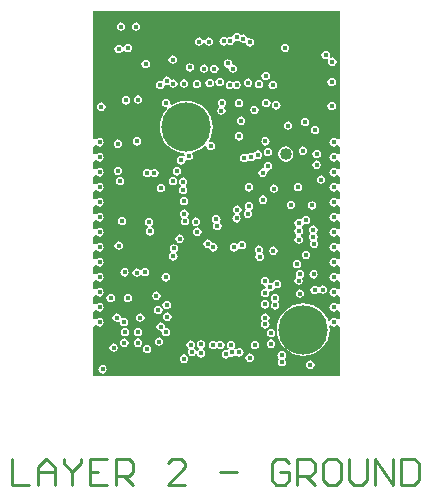
<source format=gbr>
%TF.GenerationSoftware,Altium Limited,Altium Designer,20.1.11 (218)*%
G04 Layer_Physical_Order=2*
G04 Layer_Color=6736896*
%FSLAX26Y26*%
%MOIN*%
%TF.SameCoordinates,F1652399-7491-40A6-9504-01A14B245E9D*%
%TF.FilePolarity,Positive*%
%TF.FileFunction,Copper,L2,Inr,Signal*%
%TF.Part,Single*%
G01*
G75*
%TA.AperFunction,NonConductor*%
%ADD61C,0.010000*%
%TA.AperFunction,ComponentPad*%
%ADD62C,0.040000*%
%TA.AperFunction,ViaPad*%
%ADD64C,0.165000*%
%ADD65C,0.017716*%
G36*
X830428Y802959D02*
X826463Y800310D01*
X825384Y798695D01*
X819716Y798179D01*
X815132Y801242D01*
X809724Y802318D01*
X804317Y801242D01*
X799733Y798179D01*
X796670Y793595D01*
X795595Y788188D01*
X796670Y782781D01*
X799733Y778197D01*
X804317Y775134D01*
X809724Y774058D01*
X815132Y775134D01*
X819716Y778197D01*
X825385Y777683D01*
X826463Y776070D01*
X830428Y773421D01*
Y752959D01*
X826463Y750310D01*
X825384Y748695D01*
X819716Y748179D01*
X815132Y751242D01*
X809724Y752318D01*
X804317Y751242D01*
X799733Y748179D01*
X796670Y743595D01*
X795595Y738188D01*
X796670Y732781D01*
X799733Y728197D01*
X804317Y725134D01*
X809724Y724058D01*
X815132Y725134D01*
X819716Y728197D01*
X825385Y727683D01*
X826463Y726070D01*
X830428Y723421D01*
Y702959D01*
X826463Y700310D01*
X825384Y698695D01*
X819716Y698179D01*
X815132Y701242D01*
X809724Y702318D01*
X804317Y701242D01*
X799733Y698179D01*
X796670Y693595D01*
X795595Y688188D01*
X796670Y682781D01*
X799733Y678197D01*
X804317Y675134D01*
X809724Y674058D01*
X815132Y675134D01*
X819716Y678197D01*
X825385Y677683D01*
X826463Y676070D01*
X830428Y673421D01*
Y652959D01*
X826463Y650310D01*
X825384Y648695D01*
X819716Y648179D01*
X815132Y651242D01*
X809724Y652318D01*
X804317Y651242D01*
X799733Y648179D01*
X796670Y643595D01*
X795595Y638188D01*
X796670Y632781D01*
X799733Y628197D01*
X804317Y625134D01*
X809724Y624058D01*
X815132Y625134D01*
X819716Y628197D01*
X825385Y627683D01*
X826463Y626070D01*
X830428Y623421D01*
Y602959D01*
X826463Y600310D01*
X825384Y598695D01*
X819716Y598179D01*
X815132Y601242D01*
X809724Y602318D01*
X804317Y601242D01*
X799733Y598179D01*
X796670Y593595D01*
X795595Y588188D01*
X796670Y582781D01*
X799733Y578197D01*
X804317Y575134D01*
X809724Y574058D01*
X815132Y575134D01*
X819716Y578197D01*
X825385Y577683D01*
X826463Y576070D01*
X830428Y573421D01*
Y552959D01*
X826463Y550310D01*
X825384Y548695D01*
X819716Y548179D01*
X815132Y551242D01*
X809724Y552318D01*
X804317Y551242D01*
X799733Y548179D01*
X796670Y543595D01*
X795595Y538188D01*
X796670Y532781D01*
X799733Y528197D01*
X804317Y525134D01*
X809724Y524058D01*
X815132Y525134D01*
X819716Y528197D01*
X825385Y527683D01*
X826463Y526070D01*
X830428Y523421D01*
Y502959D01*
X826463Y500310D01*
X825384Y498695D01*
X819716Y498179D01*
X815132Y501242D01*
X809724Y502318D01*
X804317Y501242D01*
X799733Y498179D01*
X796670Y493595D01*
X795595Y488188D01*
X796670Y482781D01*
X799733Y478197D01*
X804317Y475134D01*
X809724Y474058D01*
X815132Y475134D01*
X819716Y478197D01*
X825385Y477683D01*
X826463Y476070D01*
X830428Y473421D01*
Y452959D01*
X826463Y450310D01*
X825384Y448695D01*
X819716Y448179D01*
X815132Y451242D01*
X809724Y452318D01*
X804317Y451242D01*
X799733Y448179D01*
X796670Y443595D01*
X795595Y438188D01*
X796670Y432781D01*
X799733Y428197D01*
X804317Y425134D01*
X809724Y424058D01*
X815132Y425134D01*
X819716Y428197D01*
X825385Y427683D01*
X826463Y426070D01*
X830428Y423421D01*
Y402959D01*
X826463Y400310D01*
X825384Y398695D01*
X819716Y398179D01*
X815132Y401242D01*
X809724Y402318D01*
X804317Y401242D01*
X799733Y398179D01*
X796670Y393595D01*
X795595Y388188D01*
X796670Y382781D01*
X799733Y378197D01*
X804317Y375134D01*
X809724Y374058D01*
X815132Y375134D01*
X819716Y378197D01*
X825385Y377683D01*
X826463Y376070D01*
X830428Y373421D01*
Y352959D01*
X826463Y350310D01*
X825384Y348695D01*
X819716Y348179D01*
X815132Y351242D01*
X809724Y352318D01*
X804317Y351242D01*
X799733Y348179D01*
X796670Y343595D01*
X795595Y338188D01*
X796670Y332781D01*
X799733Y328197D01*
X804317Y325134D01*
X809724Y324058D01*
X815132Y325134D01*
X819716Y328197D01*
X825385Y327683D01*
X826463Y326070D01*
X830428Y323421D01*
Y302959D01*
X826463Y300310D01*
X825384Y298695D01*
X819716Y298179D01*
X815132Y301242D01*
X809724Y302318D01*
X804317Y301242D01*
X799733Y298179D01*
X796670Y293595D01*
X795595Y288188D01*
X796670Y282781D01*
X799733Y278197D01*
X804317Y275134D01*
X809724Y274058D01*
X815132Y275134D01*
X819716Y278197D01*
X825385Y277683D01*
X826463Y276070D01*
X830428Y273421D01*
Y252959D01*
X826463Y250310D01*
X825384Y248695D01*
X819716Y248179D01*
X815132Y251242D01*
X809724Y252318D01*
X804317Y251242D01*
X799733Y248179D01*
X796670Y243595D01*
X795595Y238188D01*
X796670Y232781D01*
X799733Y228197D01*
X804317Y225134D01*
X809724Y224058D01*
X815132Y225134D01*
X819716Y228197D01*
X825385Y227683D01*
X826463Y226070D01*
X830428Y223421D01*
Y202959D01*
X826463Y200310D01*
X825384Y198695D01*
X819716Y198179D01*
X815132Y201242D01*
X809724Y202318D01*
X804317Y201242D01*
X799733Y198179D01*
X796670Y193595D01*
X796455Y192513D01*
X791307Y192260D01*
X789655Y197705D01*
X781530Y212906D01*
X770596Y226229D01*
X757272Y237164D01*
X742071Y245289D01*
X725577Y250292D01*
X708424Y251981D01*
X691271Y250292D01*
X674778Y245289D01*
X659577Y237164D01*
X646253Y226229D01*
X635319Y212906D01*
X627194Y197705D01*
X622190Y181211D01*
X620501Y164058D01*
X622190Y146905D01*
X627194Y130411D01*
X635319Y115210D01*
X646253Y101887D01*
X659577Y90952D01*
X674778Y82827D01*
X691271Y77824D01*
X708424Y76135D01*
X725577Y77824D01*
X742071Y82827D01*
X757272Y90952D01*
X770596Y101887D01*
X781530Y115210D01*
X789655Y130411D01*
X794658Y146905D01*
X796348Y164058D01*
X795169Y176028D01*
X798702Y177707D01*
X799997Y178021D01*
X804317Y175134D01*
X809724Y174058D01*
X815132Y175134D01*
X819716Y178197D01*
X825385Y177683D01*
X826463Y176070D01*
X830428Y173421D01*
Y8156D01*
X8156D01*
Y173421D01*
X12120Y176070D01*
X13546Y178203D01*
X19559D01*
X19563Y178197D01*
X24147Y175134D01*
X29554Y174058D01*
X34962Y175134D01*
X39546Y178197D01*
X42608Y182781D01*
X43684Y188188D01*
X42608Y193595D01*
X39546Y198179D01*
X34962Y201242D01*
X29554Y202318D01*
X24147Y201242D01*
X19563Y198179D01*
X19560Y198175D01*
X13547D01*
X12120Y200310D01*
X8156Y202959D01*
Y223421D01*
X12120Y226070D01*
X13546Y228203D01*
X19559D01*
X19563Y228197D01*
X24147Y225134D01*
X29554Y224058D01*
X34962Y225134D01*
X39546Y228197D01*
X42608Y232781D01*
X43684Y238188D01*
X42608Y243595D01*
X39546Y248179D01*
X34962Y251242D01*
X29554Y252318D01*
X24147Y251242D01*
X19563Y248179D01*
X19560Y248175D01*
X13547D01*
X12120Y250310D01*
X8156Y252959D01*
Y273421D01*
X12120Y276070D01*
X13546Y278203D01*
X19559D01*
X19563Y278197D01*
X24147Y275134D01*
X29554Y274058D01*
X34962Y275134D01*
X39546Y278197D01*
X42608Y282781D01*
X43684Y288188D01*
X42608Y293595D01*
X39546Y298179D01*
X34962Y301242D01*
X29554Y302318D01*
X24147Y301242D01*
X19563Y298179D01*
X19560Y298175D01*
X13547D01*
X12120Y300310D01*
X8156Y302959D01*
Y323421D01*
X12120Y326070D01*
X13546Y328203D01*
X19559D01*
X19563Y328197D01*
X24147Y325134D01*
X29554Y324058D01*
X34962Y325134D01*
X39546Y328197D01*
X42608Y332781D01*
X43684Y338188D01*
X42608Y343595D01*
X39546Y348179D01*
X34962Y351242D01*
X29554Y352318D01*
X24147Y351242D01*
X19563Y348179D01*
X19560Y348175D01*
X13547D01*
X12120Y350310D01*
X8156Y352959D01*
Y373421D01*
X12120Y376070D01*
X13546Y378203D01*
X19559D01*
X19563Y378197D01*
X24147Y375134D01*
X29554Y374058D01*
X34962Y375134D01*
X39546Y378197D01*
X42608Y382781D01*
X43684Y388188D01*
X42608Y393595D01*
X39546Y398179D01*
X34962Y401242D01*
X29554Y402318D01*
X24147Y401242D01*
X19563Y398179D01*
X19560Y398175D01*
X13547D01*
X12120Y400310D01*
X8156Y402959D01*
Y423421D01*
X12120Y426070D01*
X13546Y428203D01*
X19559D01*
X19563Y428197D01*
X24147Y425134D01*
X29554Y424058D01*
X34962Y425134D01*
X39546Y428197D01*
X42608Y432781D01*
X43684Y438188D01*
X42608Y443595D01*
X39546Y448179D01*
X34962Y451242D01*
X29554Y452318D01*
X24147Y451242D01*
X19563Y448179D01*
X19560Y448175D01*
X13547D01*
X12120Y450310D01*
X8156Y452959D01*
Y473421D01*
X12120Y476070D01*
X13546Y478203D01*
X19559D01*
X19563Y478197D01*
X24147Y475134D01*
X29554Y474058D01*
X34962Y475134D01*
X39546Y478197D01*
X42608Y482781D01*
X43684Y488188D01*
X42608Y493595D01*
X39546Y498179D01*
X34962Y501242D01*
X29554Y502318D01*
X24147Y501242D01*
X19563Y498179D01*
X19560Y498175D01*
X13547D01*
X12120Y500310D01*
X8156Y502959D01*
Y523421D01*
X12120Y526070D01*
X13546Y528203D01*
X19559D01*
X19563Y528197D01*
X24147Y525134D01*
X29554Y524058D01*
X34962Y525134D01*
X39546Y528197D01*
X42608Y532781D01*
X43684Y538188D01*
X42608Y543595D01*
X39546Y548179D01*
X34962Y551242D01*
X29554Y552318D01*
X24147Y551242D01*
X19563Y548179D01*
X19560Y548175D01*
X13547D01*
X12120Y550310D01*
X8156Y552959D01*
Y573421D01*
X12120Y576070D01*
X13546Y578203D01*
X19559D01*
X19563Y578197D01*
X24147Y575134D01*
X29554Y574058D01*
X34962Y575134D01*
X39546Y578197D01*
X42608Y582781D01*
X43684Y588188D01*
X42608Y593595D01*
X39546Y598179D01*
X34962Y601242D01*
X29554Y602318D01*
X24147Y601242D01*
X19563Y598179D01*
X19560Y598175D01*
X13547D01*
X12120Y600310D01*
X8156Y602959D01*
Y623421D01*
X12120Y626070D01*
X13546Y628203D01*
X19559D01*
X19563Y628197D01*
X24147Y625134D01*
X29554Y624058D01*
X34962Y625134D01*
X39546Y628197D01*
X42608Y632781D01*
X43684Y638188D01*
X42608Y643595D01*
X39546Y648179D01*
X34962Y651242D01*
X29554Y652318D01*
X24147Y651242D01*
X19563Y648179D01*
X19560Y648175D01*
X13547D01*
X12120Y650310D01*
X8156Y652959D01*
Y673421D01*
X12120Y676070D01*
X13546Y678203D01*
X19559D01*
X19563Y678197D01*
X24147Y675134D01*
X29554Y674058D01*
X34962Y675134D01*
X39546Y678197D01*
X42608Y682781D01*
X43684Y688188D01*
X42608Y693595D01*
X39546Y698179D01*
X34962Y701242D01*
X29554Y702318D01*
X24147Y701242D01*
X19563Y698179D01*
X19560Y698175D01*
X13547D01*
X12120Y700310D01*
X8156Y702959D01*
Y723421D01*
X12120Y726070D01*
X13546Y728203D01*
X19559D01*
X19563Y728197D01*
X24147Y725134D01*
X29554Y724058D01*
X34962Y725134D01*
X39546Y728197D01*
X42608Y732781D01*
X43684Y738188D01*
X42608Y743595D01*
X39546Y748179D01*
X34962Y751242D01*
X29554Y752318D01*
X24147Y751242D01*
X19563Y748179D01*
X19560Y748175D01*
X13547D01*
X12120Y750310D01*
X8156Y752959D01*
Y773421D01*
X12120Y776070D01*
X13546Y778203D01*
X19559D01*
X19563Y778197D01*
X24147Y775134D01*
X29554Y774058D01*
X34962Y775134D01*
X39546Y778197D01*
X42608Y782781D01*
X43684Y788188D01*
X42608Y793595D01*
X39546Y798179D01*
X34962Y801242D01*
X29554Y802318D01*
X24147Y801242D01*
X19563Y798179D01*
X19560Y798175D01*
X13547D01*
X12120Y800310D01*
X8156Y802959D01*
Y1224128D01*
X830428D01*
Y802959D01*
D02*
G37*
%LPC*%
G36*
X151574Y1188188D02*
X146167Y1187112D01*
X141583Y1184049D01*
X138520Y1179465D01*
X137445Y1174058D01*
X138520Y1168651D01*
X141583Y1164067D01*
X146167Y1161004D01*
X151574Y1159928D01*
X156982Y1161004D01*
X161566Y1164067D01*
X164629Y1168651D01*
X165704Y1174058D01*
X164629Y1179465D01*
X161566Y1184049D01*
X156982Y1187112D01*
X151574Y1188188D01*
D02*
G37*
G36*
X100394D02*
X94987Y1187112D01*
X90403Y1184049D01*
X87340Y1179465D01*
X86265Y1174058D01*
X87340Y1168651D01*
X90403Y1164067D01*
X94987Y1161004D01*
X100394Y1159928D01*
X105802Y1161004D01*
X110386Y1164067D01*
X113448Y1168651D01*
X114524Y1174058D01*
X113448Y1179465D01*
X110386Y1184049D01*
X105802Y1187112D01*
X100394Y1188188D01*
D02*
G37*
G36*
X486284Y1152621D02*
X480876Y1151546D01*
X476292Y1148483D01*
X473229Y1143899D01*
X467490Y1140677D01*
X465757Y1141021D01*
X460350Y1139946D01*
X455766Y1136883D01*
X455636Y1136688D01*
X453126Y1134821D01*
X448542Y1137884D01*
X443135Y1138960D01*
X437728Y1137884D01*
X433144Y1134821D01*
X430081Y1130237D01*
X429005Y1124830D01*
X430081Y1119423D01*
X433144Y1114839D01*
X437728Y1111776D01*
X443135Y1110700D01*
X448542Y1111776D01*
X453126Y1114839D01*
X458036Y1115384D01*
X460350Y1113838D01*
X465757Y1112762D01*
X471165Y1113838D01*
X475749Y1116900D01*
X478812Y1121484D01*
X484551Y1124707D01*
X486284Y1124362D01*
X491691Y1125438D01*
X496090Y1128377D01*
X499009Y1124009D01*
X503593Y1120946D01*
X509000Y1119870D01*
X511294Y1120327D01*
X514489Y1120797D01*
X516726Y1116697D01*
X516946Y1115593D01*
X520009Y1111009D01*
X524593Y1107946D01*
X530000Y1106870D01*
X535407Y1107946D01*
X539991Y1111009D01*
X543054Y1115593D01*
X544130Y1121000D01*
X543054Y1126407D01*
X539991Y1130991D01*
X535407Y1134054D01*
X530000Y1135130D01*
X527706Y1134673D01*
X524511Y1134203D01*
X522274Y1138303D01*
X522054Y1139407D01*
X518991Y1143991D01*
X514407Y1147054D01*
X509000Y1148130D01*
X503593Y1147054D01*
X499193Y1144115D01*
X496275Y1148483D01*
X491691Y1151546D01*
X486284Y1152621D01*
D02*
G37*
G36*
X393704Y1138188D02*
X388297Y1137112D01*
X383713Y1134049D01*
X380650Y1129465D01*
X380503Y1128727D01*
X375405D01*
X375259Y1129465D01*
X372196Y1134049D01*
X367612Y1137112D01*
X362204Y1138188D01*
X356797Y1137112D01*
X352213Y1134049D01*
X349150Y1129465D01*
X348075Y1124058D01*
X349150Y1118651D01*
X352213Y1114067D01*
X356797Y1111004D01*
X362204Y1109928D01*
X367612Y1111004D01*
X372196Y1114067D01*
X375259Y1118651D01*
X375405Y1119389D01*
X380503D01*
X380650Y1118651D01*
X383713Y1114067D01*
X388297Y1111004D01*
X393704Y1109928D01*
X399112Y1111004D01*
X403696Y1114067D01*
X406759Y1118651D01*
X407834Y1124058D01*
X406759Y1129465D01*
X403696Y1134049D01*
X399112Y1137112D01*
X393704Y1138188D01*
D02*
G37*
G36*
X124503Y1117109D02*
X119096Y1116034D01*
X114512Y1112971D01*
X111449Y1108387D01*
X110982Y1106040D01*
X110094Y1105730D01*
X105779Y1105512D01*
X103416Y1109049D01*
X98832Y1112112D01*
X93424Y1113188D01*
X88017Y1112112D01*
X83433Y1109049D01*
X80370Y1104465D01*
X79295Y1099058D01*
X80370Y1093651D01*
X83433Y1089067D01*
X88017Y1086004D01*
X93424Y1084928D01*
X98832Y1086004D01*
X103416Y1089067D01*
X106478Y1093651D01*
X106945Y1095997D01*
X107833Y1096308D01*
X112148Y1096525D01*
X114512Y1092988D01*
X119096Y1089925D01*
X124503Y1088850D01*
X129910Y1089925D01*
X134494Y1092988D01*
X137557Y1097572D01*
X138632Y1102979D01*
X137557Y1108387D01*
X134494Y1112971D01*
X129910Y1116034D01*
X124503Y1117109D01*
D02*
G37*
G36*
X648278Y1117130D02*
X642871Y1116054D01*
X638287Y1112991D01*
X635224Y1108407D01*
X634149Y1103000D01*
X635224Y1097593D01*
X638287Y1093009D01*
X642871Y1089946D01*
X648278Y1088870D01*
X653686Y1089946D01*
X658270Y1093009D01*
X661332Y1097593D01*
X662408Y1103000D01*
X661332Y1108407D01*
X658270Y1112991D01*
X653686Y1116054D01*
X648278Y1117130D01*
D02*
G37*
G36*
X273424Y1078188D02*
X268017Y1077112D01*
X263433Y1074049D01*
X260370Y1069465D01*
X259295Y1064058D01*
X260370Y1058651D01*
X263433Y1054067D01*
X268017Y1051004D01*
X273424Y1049928D01*
X278832Y1051004D01*
X283416Y1054067D01*
X286478Y1058651D01*
X287554Y1064058D01*
X286478Y1069465D01*
X283416Y1074049D01*
X278832Y1077112D01*
X273424Y1078188D01*
D02*
G37*
G36*
X783424Y1093198D02*
X778017Y1092122D01*
X773433Y1089059D01*
X770370Y1084475D01*
X769295Y1079068D01*
X770370Y1073661D01*
X773433Y1069077D01*
X778017Y1066014D01*
X783424Y1064938D01*
X788832Y1066014D01*
X789506Y1066465D01*
X793111Y1062860D01*
X792660Y1062185D01*
X791585Y1056778D01*
X792660Y1051371D01*
X795723Y1046787D01*
X800307Y1043724D01*
X805714Y1042648D01*
X811122Y1043724D01*
X815706Y1046787D01*
X818769Y1051371D01*
X819844Y1056778D01*
X818769Y1062185D01*
X815706Y1066769D01*
X811122Y1069832D01*
X805714Y1070908D01*
X800307Y1069832D01*
X799633Y1069381D01*
X796028Y1072986D01*
X796479Y1073661D01*
X797554Y1079068D01*
X796479Y1084475D01*
X793416Y1089059D01*
X788832Y1092122D01*
X783424Y1093198D01*
D02*
G37*
G36*
X183424Y1063198D02*
X178017Y1062122D01*
X173433Y1059059D01*
X170370Y1054475D01*
X169295Y1049068D01*
X170370Y1043661D01*
X173433Y1039077D01*
X178017Y1036014D01*
X183424Y1034938D01*
X188832Y1036014D01*
X193416Y1039077D01*
X196478Y1043661D01*
X197554Y1049068D01*
X196478Y1054475D01*
X193416Y1059059D01*
X188832Y1062122D01*
X183424Y1063198D01*
D02*
G37*
G36*
X330624Y1051588D02*
X325217Y1050512D01*
X320633Y1047449D01*
X317570Y1042865D01*
X316495Y1037458D01*
X317570Y1032051D01*
X320633Y1027467D01*
X325217Y1024404D01*
X330624Y1023328D01*
X336032Y1024404D01*
X340616Y1027467D01*
X343678Y1032051D01*
X344754Y1037458D01*
X343678Y1042865D01*
X340616Y1047449D01*
X336032Y1050512D01*
X330624Y1051588D01*
D02*
G37*
G36*
X378424Y1048188D02*
X373017Y1047112D01*
X368433Y1044049D01*
X365370Y1039465D01*
X364295Y1034058D01*
X365370Y1028651D01*
X368433Y1024067D01*
X373017Y1021004D01*
X378424Y1019928D01*
X383832Y1021004D01*
X388416Y1024067D01*
X391478Y1028651D01*
X392554Y1034058D01*
X391478Y1039465D01*
X388416Y1044049D01*
X383832Y1047112D01*
X378424Y1048188D01*
D02*
G37*
G36*
X457000Y1065130D02*
X451593Y1064054D01*
X447009Y1060991D01*
X443946Y1056407D01*
X442870Y1051000D01*
X443946Y1045593D01*
X447009Y1041009D01*
X451593Y1037946D01*
X454867Y1037295D01*
X458215Y1034746D01*
X459619Y1032293D01*
X460370Y1028518D01*
X463433Y1023934D01*
X468017Y1020871D01*
X473424Y1019795D01*
X478832Y1020871D01*
X483416Y1023934D01*
X486478Y1028518D01*
X487554Y1033925D01*
X486478Y1039332D01*
X483416Y1043916D01*
X478832Y1046979D01*
X475558Y1047631D01*
X472209Y1050179D01*
X470805Y1052632D01*
X470054Y1056407D01*
X466991Y1060991D01*
X462407Y1064054D01*
X457000Y1065130D01*
D02*
G37*
G36*
X412424Y1047188D02*
X407017Y1046112D01*
X402433Y1043049D01*
X399370Y1038465D01*
X398295Y1033058D01*
X399370Y1027651D01*
X402433Y1023067D01*
X407017Y1020004D01*
X412424Y1018928D01*
X417832Y1020004D01*
X422416Y1023067D01*
X425478Y1027651D01*
X426554Y1033058D01*
X425478Y1038465D01*
X422416Y1043049D01*
X417832Y1046112D01*
X412424Y1047188D01*
D02*
G37*
G36*
X583424Y1023188D02*
X578017Y1022112D01*
X573433Y1019049D01*
X570370Y1014465D01*
X569295Y1009058D01*
X570370Y1003651D01*
X573433Y999067D01*
X578017Y996004D01*
X583424Y994928D01*
X588832Y996004D01*
X593416Y999067D01*
X596479Y1003651D01*
X597554Y1009058D01*
X596479Y1014465D01*
X593416Y1019049D01*
X588832Y1022112D01*
X583424Y1023188D01*
D02*
G37*
G36*
X253424Y1007588D02*
X248017Y1006512D01*
X243433Y1003449D01*
X240370Y998865D01*
X239877Y996387D01*
X238307Y993315D01*
X234446Y992758D01*
X232284Y993188D01*
X226877Y992112D01*
X222293Y989049D01*
X219230Y984465D01*
X218155Y979058D01*
X219230Y973651D01*
X222293Y969067D01*
X226877Y966004D01*
X232284Y964928D01*
X237692Y966004D01*
X242276Y969067D01*
X245339Y973651D01*
X245831Y976129D01*
X247402Y979201D01*
X251263Y979758D01*
X253424Y979328D01*
X258832Y980404D01*
X263440Y977469D01*
X265713Y974067D01*
X270297Y971004D01*
X275704Y969928D01*
X281112Y971004D01*
X285696Y974067D01*
X288759Y978651D01*
X289834Y984058D01*
X288759Y989465D01*
X285696Y994049D01*
X281112Y997112D01*
X275704Y998188D01*
X270297Y997112D01*
X265689Y1000047D01*
X263416Y1003449D01*
X258832Y1006512D01*
X253424Y1007588D01*
D02*
G37*
G36*
X486424Y993088D02*
X481017Y992012D01*
X478698Y990462D01*
X475064Y989363D01*
X471431Y990462D01*
X469112Y992012D01*
X463704Y993088D01*
X458297Y992012D01*
X453713Y988949D01*
X450650Y984365D01*
X449575Y978958D01*
X450650Y973551D01*
X453713Y968967D01*
X458297Y965904D01*
X463704Y964828D01*
X469112Y965904D01*
X471431Y967453D01*
X475064Y968553D01*
X478698Y967453D01*
X481017Y965904D01*
X486424Y964828D01*
X491832Y965904D01*
X496416Y968967D01*
X499478Y973551D01*
X500554Y978958D01*
X499478Y984365D01*
X496416Y988949D01*
X491832Y992012D01*
X486424Y993088D01*
D02*
G37*
G36*
X803424Y1003188D02*
X798017Y1002112D01*
X793433Y999049D01*
X790370Y994465D01*
X789295Y989058D01*
X790370Y983651D01*
X793433Y979067D01*
X798017Y976004D01*
X803424Y974928D01*
X808832Y976004D01*
X813416Y979067D01*
X816479Y983651D01*
X817554Y989058D01*
X816479Y994465D01*
X813416Y999049D01*
X808832Y1002112D01*
X803424Y1003188D01*
D02*
G37*
G36*
X430000Y1002905D02*
X424593Y1001830D01*
X420009Y998767D01*
X416946Y994183D01*
X415870Y988776D01*
X416946Y983369D01*
X420009Y978785D01*
X424593Y975722D01*
X430000Y974646D01*
X435407Y975722D01*
X439991Y978785D01*
X443054Y983369D01*
X444130Y988776D01*
X443054Y994183D01*
X439991Y998767D01*
X435407Y1001830D01*
X430000Y1002905D01*
D02*
G37*
G36*
X524924Y1001188D02*
X519517Y1000112D01*
X514933Y997049D01*
X511870Y992465D01*
X510795Y987058D01*
X511870Y981651D01*
X514933Y977067D01*
X519517Y974004D01*
X524924Y972928D01*
X530332Y974004D01*
X534916Y977067D01*
X537979Y981651D01*
X539054Y987058D01*
X537979Y992465D01*
X534916Y997049D01*
X530332Y1000112D01*
X524924Y1001188D01*
D02*
G37*
G36*
X396812Y999788D02*
X391405Y998712D01*
X386821Y995649D01*
X383758Y991065D01*
X382682Y985658D01*
X383758Y980251D01*
X386821Y975667D01*
X391405Y972604D01*
X396812Y971528D01*
X402219Y972604D01*
X406803Y975667D01*
X409866Y980251D01*
X410942Y985658D01*
X409866Y991065D01*
X406803Y995649D01*
X402219Y998712D01*
X396812Y999788D01*
D02*
G37*
G36*
X311024Y998188D02*
X305617Y997112D01*
X301033Y994049D01*
X297970Y989465D01*
X296895Y984058D01*
X297970Y978651D01*
X301033Y974067D01*
X305617Y971004D01*
X311024Y969928D01*
X316432Y971004D01*
X321016Y974067D01*
X324079Y978651D01*
X325154Y984058D01*
X324079Y989465D01*
X321016Y994049D01*
X316432Y997112D01*
X311024Y998188D01*
D02*
G37*
G36*
X353741Y996731D02*
X348334Y995655D01*
X343750Y992592D01*
X340687Y988008D01*
X339611Y982601D01*
X340687Y977194D01*
X343750Y972610D01*
X348334Y969547D01*
X353741Y968471D01*
X359148Y969547D01*
X363732Y972610D01*
X366795Y977194D01*
X367871Y982601D01*
X366795Y988008D01*
X363732Y992592D01*
X359148Y995655D01*
X353741Y996731D01*
D02*
G37*
G36*
X561424Y996188D02*
X556017Y995112D01*
X551433Y992049D01*
X548370Y987465D01*
X547295Y982058D01*
X548370Y976651D01*
X551433Y972067D01*
X556017Y969004D01*
X561424Y967928D01*
X566832Y969004D01*
X571416Y972067D01*
X574479Y976651D01*
X575554Y982058D01*
X574479Y987465D01*
X571416Y992049D01*
X566832Y995112D01*
X561424Y996188D01*
D02*
G37*
G36*
X606931Y992561D02*
X601524Y991485D01*
X596940Y988422D01*
X593877Y983838D01*
X592802Y978431D01*
X593877Y973024D01*
X596940Y968440D01*
X601524Y965377D01*
X606931Y964301D01*
X612339Y965377D01*
X616923Y968440D01*
X619986Y973024D01*
X621061Y978431D01*
X619986Y983838D01*
X616923Y988422D01*
X612339Y991485D01*
X606931Y992561D01*
D02*
G37*
G36*
X157508Y944621D02*
X152101Y943546D01*
X147517Y940483D01*
X144454Y935899D01*
X143379Y930492D01*
X144454Y925084D01*
X147517Y920500D01*
X152101Y917438D01*
X157508Y916362D01*
X162916Y917438D01*
X167500Y920500D01*
X170562Y925084D01*
X171638Y930492D01*
X170562Y935899D01*
X167500Y940483D01*
X162916Y943546D01*
X157508Y944621D01*
D02*
G37*
G36*
X117824Y942288D02*
X112417Y941212D01*
X107833Y938149D01*
X104770Y933565D01*
X103695Y928158D01*
X104770Y922751D01*
X107833Y918167D01*
X112417Y915104D01*
X117824Y914028D01*
X123232Y915104D01*
X127816Y918167D01*
X130879Y922751D01*
X131954Y928158D01*
X130879Y933565D01*
X127816Y938149D01*
X123232Y941212D01*
X117824Y942288D01*
D02*
G37*
G36*
X585584Y933188D02*
X580177Y932112D01*
X575593Y929049D01*
X572530Y924465D01*
X571455Y919058D01*
X572530Y913651D01*
X575593Y909067D01*
X580177Y906004D01*
X585584Y904928D01*
X590992Y906004D01*
X595576Y909067D01*
X598639Y913651D01*
X599714Y919058D01*
X598639Y924465D01*
X595576Y929049D01*
X590992Y932112D01*
X585584Y933188D01*
D02*
G37*
G36*
X494174Y933138D02*
X488767Y932062D01*
X484183Y928999D01*
X481120Y924415D01*
X480045Y919008D01*
X481120Y913601D01*
X484183Y909017D01*
X488767Y905954D01*
X494174Y904878D01*
X499582Y905954D01*
X504166Y909017D01*
X507228Y913601D01*
X508304Y919008D01*
X507228Y924415D01*
X504166Y928999D01*
X499582Y932062D01*
X494174Y933138D01*
D02*
G37*
G36*
X619094Y925548D02*
X613687Y924472D01*
X609103Y921409D01*
X606040Y916825D01*
X604965Y911418D01*
X606040Y906011D01*
X609103Y901427D01*
X613687Y898364D01*
X619094Y897288D01*
X624502Y898364D01*
X629086Y901427D01*
X632149Y906011D01*
X633224Y911418D01*
X632149Y916825D01*
X629086Y921409D01*
X624502Y924472D01*
X619094Y925548D01*
D02*
G37*
G36*
X803424Y923188D02*
X798017Y922112D01*
X793433Y919049D01*
X790370Y914465D01*
X789295Y909058D01*
X790370Y903651D01*
X793433Y899067D01*
X798017Y896004D01*
X803424Y894928D01*
X808832Y896004D01*
X813416Y899067D01*
X816479Y903651D01*
X817554Y909058D01*
X816479Y914465D01*
X813416Y919049D01*
X808832Y922112D01*
X803424Y923188D01*
D02*
G37*
G36*
X35748Y920898D02*
X30340Y919822D01*
X25756Y916759D01*
X22694Y912175D01*
X21618Y906768D01*
X22694Y901361D01*
X25756Y896777D01*
X30340Y893714D01*
X35748Y892638D01*
X41155Y893714D01*
X45739Y896777D01*
X48802Y901361D01*
X49877Y906768D01*
X48802Y912175D01*
X45739Y916759D01*
X41155Y919822D01*
X35748Y920898D01*
D02*
G37*
G36*
X546035Y909497D02*
X540628Y908422D01*
X536044Y905359D01*
X532981Y900775D01*
X531905Y895368D01*
X532981Y889961D01*
X536044Y885376D01*
X540628Y882314D01*
X546035Y881238D01*
X551442Y882314D01*
X556026Y885376D01*
X559089Y889961D01*
X560164Y895368D01*
X559089Y900775D01*
X556026Y905359D01*
X551442Y908422D01*
X546035Y909497D01*
D02*
G37*
G36*
X437824Y934088D02*
X432417Y933012D01*
X427833Y929949D01*
X424770Y925365D01*
X423695Y919958D01*
X424770Y914551D01*
X427833Y909967D01*
X426893Y904582D01*
X426009Y903991D01*
X422946Y899407D01*
X421870Y894000D01*
X422946Y888593D01*
X426009Y884009D01*
X430593Y880946D01*
X436000Y879870D01*
X441407Y880946D01*
X445991Y884009D01*
X449054Y888593D01*
X450130Y894000D01*
X449054Y899407D01*
X445991Y903991D01*
X446932Y909376D01*
X447816Y909967D01*
X450878Y914551D01*
X451954Y919958D01*
X450878Y925365D01*
X447816Y929949D01*
X443232Y933012D01*
X437824Y934088D01*
D02*
G37*
G36*
X502000Y874130D02*
X496593Y873054D01*
X492009Y869991D01*
X488946Y865407D01*
X487870Y860000D01*
X488946Y854593D01*
X492009Y850009D01*
X496593Y846946D01*
X502000Y845870D01*
X507407Y846946D01*
X511991Y850009D01*
X515054Y854593D01*
X516130Y860000D01*
X515054Y865407D01*
X511991Y869991D01*
X507407Y873054D01*
X502000Y874130D01*
D02*
G37*
G36*
X715000Y869130D02*
X709593Y868054D01*
X705009Y864991D01*
X701946Y860407D01*
X700870Y855000D01*
X701946Y849593D01*
X705009Y845009D01*
X709593Y841946D01*
X715000Y840870D01*
X720407Y841946D01*
X724991Y845009D01*
X728054Y849593D01*
X729130Y855000D01*
X728054Y860407D01*
X724991Y864991D01*
X720407Y868054D01*
X715000Y869130D01*
D02*
G37*
G36*
X658424Y858188D02*
X653017Y857112D01*
X648433Y854049D01*
X645370Y849465D01*
X644295Y844058D01*
X645370Y838651D01*
X648433Y834067D01*
X653017Y831004D01*
X658424Y829928D01*
X663832Y831004D01*
X668416Y834067D01*
X671479Y838651D01*
X672554Y844058D01*
X671479Y849465D01*
X668416Y854049D01*
X663832Y857112D01*
X658424Y858188D01*
D02*
G37*
G36*
X748424Y843188D02*
X743017Y842112D01*
X738433Y839049D01*
X735370Y834465D01*
X734295Y829058D01*
X735370Y823651D01*
X738433Y819067D01*
X743017Y816004D01*
X748424Y814928D01*
X753832Y816004D01*
X758416Y819067D01*
X761479Y823651D01*
X762554Y829058D01*
X761479Y834465D01*
X758416Y839049D01*
X753832Y842112D01*
X748424Y843188D01*
D02*
G37*
G36*
X495000Y822130D02*
X489593Y821054D01*
X485009Y817991D01*
X481946Y813407D01*
X480870Y808000D01*
X481946Y802593D01*
X485009Y798009D01*
X489593Y794946D01*
X495000Y793870D01*
X500407Y794946D01*
X504991Y798009D01*
X508054Y802593D01*
X509130Y808000D01*
X508054Y813407D01*
X504991Y817991D01*
X500407Y821054D01*
X495000Y822130D01*
D02*
G37*
G36*
X154642Y805395D02*
X149234Y804319D01*
X144650Y801256D01*
X141588Y796672D01*
X140512Y791265D01*
X141588Y785858D01*
X144650Y781274D01*
X149234Y778211D01*
X154642Y777135D01*
X160049Y778211D01*
X164633Y781274D01*
X167696Y785858D01*
X168771Y791265D01*
X167696Y796672D01*
X164633Y801256D01*
X160049Y804319D01*
X154642Y805395D01*
D02*
G37*
G36*
X582642Y805197D02*
X577235Y804121D01*
X572650Y801058D01*
X569588Y796474D01*
X568512Y791067D01*
X569588Y785660D01*
X572650Y781076D01*
X577235Y778013D01*
X582642Y776937D01*
X588049Y778013D01*
X592633Y781076D01*
X595696Y785660D01*
X596771Y791067D01*
X595696Y796474D01*
X592633Y801058D01*
X588049Y804121D01*
X582642Y805197D01*
D02*
G37*
G36*
X90554Y797598D02*
X85147Y796522D01*
X80563Y793459D01*
X77500Y788875D01*
X76425Y783468D01*
X77500Y778061D01*
X80563Y773477D01*
X85147Y770414D01*
X90554Y769338D01*
X95962Y770414D01*
X100546Y773477D01*
X103609Y778061D01*
X104684Y783468D01*
X103609Y788875D01*
X100546Y793459D01*
X95962Y796522D01*
X90554Y797598D01*
D02*
G37*
G36*
X251974Y933188D02*
X246567Y932112D01*
X241983Y929049D01*
X238920Y924465D01*
X237845Y919058D01*
X238920Y913651D01*
X241983Y909067D01*
X246567Y906004D01*
X251974Y904928D01*
X253168Y905166D01*
X255010Y902816D01*
X255716Y900575D01*
X245319Y887906D01*
X237194Y872705D01*
X232190Y856211D01*
X230501Y839058D01*
X232190Y821905D01*
X237194Y805411D01*
X245319Y790210D01*
X256253Y776887D01*
X269577Y765952D01*
X284778Y757827D01*
X301271Y752824D01*
X311878Y751779D01*
X312613Y750225D01*
X313779Y746568D01*
X313002Y742661D01*
X310634Y740974D01*
X308199Y739857D01*
X306407Y741054D01*
X301000Y742130D01*
X295593Y741054D01*
X291009Y737991D01*
X287946Y733407D01*
X286870Y728000D01*
X287946Y722593D01*
X291009Y718009D01*
X295593Y714946D01*
X301000Y713870D01*
X306407Y714946D01*
X310991Y718009D01*
X314054Y722593D01*
X314998Y727339D01*
X317366Y729026D01*
X319801Y730143D01*
X321593Y728946D01*
X327000Y727870D01*
X332407Y728946D01*
X336991Y732009D01*
X340054Y736593D01*
X341130Y742000D01*
X340054Y747407D01*
X339193Y748696D01*
X341290Y754557D01*
X352071Y757827D01*
X367272Y765952D01*
X380596Y776887D01*
X380957Y777327D01*
X384057Y776521D01*
X385919Y775491D01*
X386880Y770659D01*
X389943Y766075D01*
X394527Y763012D01*
X399934Y761936D01*
X405341Y763012D01*
X409925Y766075D01*
X412988Y770659D01*
X414064Y776066D01*
X412988Y781473D01*
X409925Y786057D01*
X405341Y789120D01*
X399934Y790196D01*
X396865Y789585D01*
X393571Y794028D01*
X399655Y805411D01*
X404658Y821905D01*
X406348Y839058D01*
X404658Y856211D01*
X399655Y872705D01*
X391530Y887906D01*
X380596Y901229D01*
X367272Y912164D01*
X352071Y920289D01*
X335577Y925292D01*
X318424Y926981D01*
X301271Y925292D01*
X284778Y920289D01*
X269598Y912175D01*
X269510Y912210D01*
X265325Y915143D01*
X266104Y919058D01*
X265029Y924465D01*
X261966Y929049D01*
X257382Y932112D01*
X251974Y933188D01*
D02*
G37*
G36*
X557642Y761197D02*
X552235Y760121D01*
X547650Y757058D01*
X545858Y754375D01*
X540332Y752054D01*
X534925Y753130D01*
X529518Y752054D01*
X524934Y748991D01*
X524904Y748947D01*
X518020Y747644D01*
X517407Y748054D01*
X512000Y749130D01*
X506593Y748054D01*
X502009Y744991D01*
X498946Y740407D01*
X497870Y735000D01*
X498946Y729593D01*
X502009Y725009D01*
X506593Y721946D01*
X512000Y720870D01*
X517407Y721946D01*
X521991Y725009D01*
X522021Y725053D01*
X528905Y726356D01*
X529518Y725946D01*
X534925Y724870D01*
X540332Y725946D01*
X544916Y729009D01*
X546709Y731692D01*
X552235Y734013D01*
X557642Y732937D01*
X563049Y734013D01*
X567633Y737076D01*
X570696Y741660D01*
X571771Y747067D01*
X570696Y752474D01*
X567633Y757058D01*
X563049Y760121D01*
X557642Y761197D01*
D02*
G37*
G36*
X707000Y774130D02*
X701593Y773054D01*
X697009Y769991D01*
X693946Y765407D01*
X692870Y760000D01*
X693946Y754593D01*
X697009Y750009D01*
X701593Y746946D01*
X707000Y745870D01*
X712407Y746946D01*
X716991Y750009D01*
X720054Y754593D01*
X721130Y760000D01*
X720054Y765407D01*
X716991Y769991D01*
X712407Y773054D01*
X707000Y774130D01*
D02*
G37*
G36*
X590642Y770130D02*
X585235Y769054D01*
X580650Y765991D01*
X577588Y761407D01*
X576512Y756000D01*
X577588Y750593D01*
X580650Y746009D01*
X585235Y742946D01*
X590642Y741870D01*
X596049Y742946D01*
X600633Y746009D01*
X603696Y750593D01*
X604771Y756000D01*
X603696Y761407D01*
X600633Y765991D01*
X596049Y769054D01*
X590642Y770130D01*
D02*
G37*
G36*
X753424Y763188D02*
X748017Y762112D01*
X743433Y759049D01*
X740370Y754465D01*
X739295Y749058D01*
X740370Y743651D01*
X743433Y739067D01*
X748017Y736004D01*
X753424Y734928D01*
X758832Y736004D01*
X763416Y739067D01*
X766479Y743651D01*
X767554Y749058D01*
X766479Y754465D01*
X763416Y759049D01*
X758832Y762112D01*
X753424Y763188D01*
D02*
G37*
G36*
X650473Y774548D02*
X640718Y772607D01*
X632449Y767082D01*
X626923Y758812D01*
X624983Y749058D01*
X626923Y739303D01*
X632449Y731034D01*
X640718Y725509D01*
X650473Y723568D01*
X660227Y725509D01*
X668497Y731034D01*
X674022Y739303D01*
X675962Y749058D01*
X674022Y758812D01*
X668497Y767082D01*
X660227Y772607D01*
X650473Y774548D01*
D02*
G37*
G36*
X590642Y722130D02*
X585235Y721054D01*
X580650Y717991D01*
X577588Y713407D01*
X576512Y708000D01*
X577024Y705427D01*
X573011Y701128D01*
X573000Y701130D01*
X567593Y700054D01*
X563009Y696991D01*
X559946Y692407D01*
X558870Y687000D01*
X559946Y681593D01*
X563009Y677009D01*
X567593Y673946D01*
X573000Y672870D01*
X578407Y673946D01*
X582991Y677009D01*
X586054Y681593D01*
X587130Y687000D01*
X586618Y689573D01*
X590631Y693872D01*
X590642Y693870D01*
X596049Y694946D01*
X600633Y698009D01*
X603696Y702593D01*
X604771Y708000D01*
X603696Y713407D01*
X600633Y717991D01*
X596049Y721054D01*
X590642Y722130D01*
D02*
G37*
G36*
X752994Y727758D02*
X747587Y726682D01*
X743003Y723619D01*
X739940Y719035D01*
X738865Y713628D01*
X739940Y708221D01*
X743003Y703637D01*
X747587Y700574D01*
X752994Y699498D01*
X758402Y700574D01*
X762986Y703637D01*
X766048Y708221D01*
X767124Y713628D01*
X766048Y719035D01*
X762986Y723619D01*
X758402Y726682D01*
X752994Y727758D01*
D02*
G37*
G36*
X212599Y699518D02*
X207191Y698442D01*
X203867Y696221D01*
X200511Y695703D01*
X197156Y696221D01*
X193832Y698442D01*
X188424Y699518D01*
X183017Y698442D01*
X178433Y695379D01*
X175370Y690795D01*
X174295Y685388D01*
X175370Y679981D01*
X178433Y675397D01*
X183017Y672334D01*
X188424Y671258D01*
X193832Y672334D01*
X197156Y674555D01*
X200512Y675073D01*
X203867Y674555D01*
X207191Y672334D01*
X212599Y671258D01*
X218006Y672334D01*
X222590Y675397D01*
X225653Y679981D01*
X226728Y685388D01*
X225653Y690795D01*
X222590Y695379D01*
X218006Y698442D01*
X212599Y699518D01*
D02*
G37*
G36*
X90554Y707048D02*
X85147Y705972D01*
X80563Y702909D01*
X77500Y698325D01*
X76425Y692918D01*
X77500Y687511D01*
X80563Y682927D01*
X85147Y679864D01*
X90554Y678788D01*
X95962Y679864D01*
X100546Y682927D01*
X103609Y687511D01*
X104684Y692918D01*
X103609Y698325D01*
X100546Y702909D01*
X95962Y705972D01*
X90554Y707048D01*
D02*
G37*
G36*
X287216Y705495D02*
X281809Y704420D01*
X277225Y701357D01*
X274162Y696773D01*
X273086Y691366D01*
X274162Y685958D01*
X277225Y681374D01*
X281809Y678312D01*
X287216Y677236D01*
X292623Y678312D01*
X297207Y681374D01*
X300270Y685958D01*
X301346Y691366D01*
X300270Y696773D01*
X297207Y701357D01*
X292623Y704420D01*
X287216Y705495D01*
D02*
G37*
G36*
X768424Y678188D02*
X763017Y677112D01*
X758433Y674049D01*
X755370Y669465D01*
X754295Y664058D01*
X755370Y658651D01*
X758433Y654067D01*
X763017Y651004D01*
X768424Y649928D01*
X773832Y651004D01*
X778416Y654067D01*
X781479Y658651D01*
X782554Y664058D01*
X781479Y669465D01*
X778416Y674049D01*
X773832Y677112D01*
X768424Y678188D01*
D02*
G37*
G36*
X98424Y673188D02*
X93017Y672112D01*
X88433Y669049D01*
X85370Y664465D01*
X84295Y659058D01*
X85370Y653651D01*
X88433Y649067D01*
X93017Y646004D01*
X98424Y644928D01*
X103832Y646004D01*
X108416Y649067D01*
X111478Y653651D01*
X112554Y659058D01*
X111478Y664465D01*
X108416Y669049D01*
X103832Y672112D01*
X98424Y673188D01*
D02*
G37*
G36*
X274824Y673088D02*
X269417Y672012D01*
X264833Y668949D01*
X261770Y664365D01*
X260695Y658958D01*
X261770Y653551D01*
X264833Y648967D01*
X269417Y645904D01*
X274824Y644828D01*
X280232Y645904D01*
X284816Y648967D01*
X287878Y653551D01*
X288954Y658958D01*
X287878Y664365D01*
X284816Y668949D01*
X280232Y672012D01*
X274824Y673088D01*
D02*
G37*
G36*
X691144Y653188D02*
X685737Y652112D01*
X681153Y649049D01*
X678090Y644465D01*
X677015Y639058D01*
X678090Y633651D01*
X681153Y629067D01*
X685737Y626004D01*
X691144Y624928D01*
X696552Y626004D01*
X701136Y629067D01*
X704198Y633651D01*
X705274Y639058D01*
X704198Y644465D01*
X701136Y649049D01*
X696552Y652112D01*
X691144Y653188D01*
D02*
G37*
G36*
X527000Y652130D02*
X521593Y651054D01*
X517009Y647991D01*
X513946Y643407D01*
X512870Y638000D01*
X513946Y632593D01*
X517009Y628009D01*
X521593Y624946D01*
X527000Y623870D01*
X532407Y624946D01*
X536991Y628009D01*
X540054Y632593D01*
X541130Y638000D01*
X540054Y643407D01*
X536991Y647991D01*
X532407Y651054D01*
X527000Y652130D01*
D02*
G37*
G36*
X233724Y650288D02*
X228317Y649212D01*
X223733Y646149D01*
X220670Y641565D01*
X219595Y636158D01*
X220670Y630751D01*
X223733Y626167D01*
X228317Y623104D01*
X233724Y622028D01*
X239132Y623104D01*
X243716Y626167D01*
X246779Y630751D01*
X247854Y636158D01*
X246779Y641565D01*
X243716Y646149D01*
X239132Y649212D01*
X233724Y650288D01*
D02*
G37*
G36*
X610714Y648188D02*
X605307Y647112D01*
X600723Y644049D01*
X597660Y639465D01*
X596585Y634058D01*
X597660Y628651D01*
X600723Y624067D01*
X605307Y621004D01*
X610714Y619928D01*
X616122Y621004D01*
X620706Y624067D01*
X623769Y628651D01*
X624844Y634058D01*
X623769Y639465D01*
X620706Y644049D01*
X616122Y647112D01*
X610714Y648188D01*
D02*
G37*
G36*
X308674Y670923D02*
X303267Y669848D01*
X298683Y666785D01*
X295620Y662201D01*
X294545Y656794D01*
X295620Y651387D01*
X298683Y646803D01*
X299511Y646250D01*
Y640236D01*
X298333Y639449D01*
X295270Y634865D01*
X294195Y629458D01*
X295270Y624051D01*
X298333Y619467D01*
X302917Y616404D01*
X308324Y615328D01*
X313732Y616404D01*
X318316Y619467D01*
X321378Y624051D01*
X322454Y629458D01*
X321378Y634865D01*
X318316Y639449D01*
X317488Y640002D01*
Y646016D01*
X318666Y646803D01*
X321728Y651387D01*
X322804Y656794D01*
X321728Y662201D01*
X318666Y666785D01*
X314082Y669848D01*
X308674Y670923D01*
D02*
G37*
G36*
X574358Y611130D02*
X568951Y610054D01*
X564367Y606991D01*
X561304Y602407D01*
X560229Y597000D01*
X561304Y591593D01*
X564367Y587009D01*
X568951Y583946D01*
X574358Y582870D01*
X579765Y583946D01*
X584350Y587009D01*
X587412Y591593D01*
X588488Y597000D01*
X587412Y602407D01*
X584350Y606991D01*
X579765Y610054D01*
X574358Y611130D01*
D02*
G37*
G36*
X310924Y606688D02*
X305517Y605612D01*
X300933Y602549D01*
X297870Y597965D01*
X296795Y592558D01*
X297870Y587151D01*
X300933Y582567D01*
X305517Y579504D01*
X310924Y578428D01*
X316332Y579504D01*
X320916Y582567D01*
X323978Y587151D01*
X325054Y592558D01*
X323978Y597965D01*
X320916Y602549D01*
X316332Y605612D01*
X310924Y606688D01*
D02*
G37*
G36*
X667324Y593888D02*
X661917Y592812D01*
X657333Y589749D01*
X654270Y585165D01*
X653195Y579758D01*
X654270Y574351D01*
X657333Y569767D01*
X661917Y566704D01*
X667324Y565628D01*
X672732Y566704D01*
X677316Y569767D01*
X680379Y574351D01*
X681454Y579758D01*
X680379Y585165D01*
X677316Y589749D01*
X672732Y592812D01*
X667324Y593888D01*
D02*
G37*
G36*
X738524Y591688D02*
X733117Y590612D01*
X728533Y587549D01*
X725470Y582965D01*
X724395Y577558D01*
X725470Y572151D01*
X728533Y567567D01*
X733117Y564504D01*
X738524Y563428D01*
X743932Y564504D01*
X748516Y567567D01*
X751578Y572151D01*
X752654Y577558D01*
X751578Y582965D01*
X748516Y587549D01*
X743932Y590612D01*
X738524Y591688D01*
D02*
G37*
G36*
X527564Y589611D02*
X522157Y588535D01*
X517573Y585472D01*
X514510Y580888D01*
X513435Y575481D01*
X514510Y570074D01*
X516447Y567176D01*
X517455Y565240D01*
X515406Y560924D01*
X514009Y559991D01*
X510946Y555407D01*
X509870Y550000D01*
X510946Y544593D01*
X514009Y540009D01*
X518593Y536946D01*
X524000Y535870D01*
X529407Y536946D01*
X533991Y540009D01*
X537054Y544593D01*
X538130Y550000D01*
X537054Y555407D01*
X535118Y558305D01*
X534110Y560241D01*
X536159Y564556D01*
X537556Y565490D01*
X540619Y570074D01*
X541694Y575481D01*
X540619Y580888D01*
X537556Y585472D01*
X532972Y588535D01*
X527564Y589611D01*
D02*
G37*
G36*
X717724Y542588D02*
X712317Y541512D01*
X707733Y538449D01*
X704670Y533865D01*
X699178Y531881D01*
X698832Y532112D01*
X693424Y533188D01*
X688017Y532112D01*
X683433Y529049D01*
X680370Y524465D01*
X679295Y519058D01*
X680370Y513651D01*
X683433Y509067D01*
X683691Y508895D01*
Y502881D01*
X683433Y502709D01*
X680370Y498125D01*
X679295Y492718D01*
X680370Y487311D01*
X683433Y482727D01*
X685528Y481327D01*
Y475449D01*
X683433Y474049D01*
X680370Y469465D01*
X679295Y464058D01*
X680370Y458651D01*
X683433Y454067D01*
X688017Y451004D01*
X693424Y449928D01*
X698832Y451004D01*
X703416Y454067D01*
X706479Y458651D01*
X707554Y464058D01*
X706479Y469465D01*
X703416Y474049D01*
X701321Y475449D01*
Y481327D01*
X703416Y482727D01*
X706479Y487311D01*
X707554Y492718D01*
X706479Y498125D01*
X703416Y502709D01*
X703158Y502881D01*
Y508895D01*
X703416Y509067D01*
X706479Y513651D01*
X711971Y515635D01*
X712317Y515404D01*
X717724Y514328D01*
X723132Y515404D01*
X727716Y518467D01*
X730779Y523051D01*
X731854Y528458D01*
X730779Y533865D01*
X727716Y538449D01*
X723132Y541512D01*
X717724Y542588D01*
D02*
G37*
G36*
X489000Y578130D02*
X483593Y577054D01*
X479009Y573991D01*
X475946Y569407D01*
X474870Y564000D01*
X475946Y558593D01*
X479009Y554009D01*
X481281Y552491D01*
X481040Y549402D01*
X480454Y547030D01*
X476292Y544249D01*
X473229Y539665D01*
X472154Y534258D01*
X473229Y528851D01*
X476292Y524267D01*
X480876Y521204D01*
X486284Y520128D01*
X491691Y521204D01*
X496275Y524267D01*
X499338Y528851D01*
X500413Y534258D01*
X499338Y539665D01*
X496275Y544249D01*
X494002Y545767D01*
X494244Y548856D01*
X494830Y551228D01*
X498991Y554009D01*
X502054Y558593D01*
X503130Y564000D01*
X502054Y569407D01*
X498991Y573991D01*
X494407Y577054D01*
X489000Y578130D01*
D02*
G37*
G36*
X105000Y539758D02*
X99593Y538682D01*
X95009Y535619D01*
X91946Y531035D01*
X90870Y525628D01*
X91946Y520221D01*
X95009Y515637D01*
X99593Y512574D01*
X105000Y511498D01*
X110407Y512574D01*
X114991Y515637D01*
X118054Y520221D01*
X119130Y525628D01*
X118054Y531035D01*
X114991Y535619D01*
X110407Y538682D01*
X105000Y539758D01*
D02*
G37*
G36*
X312124Y564188D02*
X306717Y563112D01*
X302133Y560049D01*
X299070Y555465D01*
X297995Y550058D01*
X299070Y544651D01*
X302133Y540067D01*
X302388Y539897D01*
X304133Y535049D01*
X303267Y533753D01*
X301070Y530465D01*
X299995Y525058D01*
X301070Y519651D01*
X304133Y515067D01*
X308717Y512004D01*
X314124Y510928D01*
X319532Y512004D01*
X324116Y515067D01*
X327178Y519651D01*
X328254Y525058D01*
X327178Y530465D01*
X324116Y535049D01*
X323861Y535219D01*
X322116Y540067D01*
X322981Y541363D01*
X325178Y544651D01*
X326254Y550058D01*
X325178Y555465D01*
X322116Y560049D01*
X317532Y563112D01*
X312124Y564188D01*
D02*
G37*
G36*
X350424Y537556D02*
X345017Y536480D01*
X340433Y533418D01*
X337370Y528833D01*
X336295Y523426D01*
X337370Y518019D01*
X340433Y513435D01*
X345017Y510372D01*
X350424Y509297D01*
X355832Y510372D01*
X360416Y513435D01*
X363478Y518019D01*
X364554Y523426D01*
X363478Y528833D01*
X360416Y533418D01*
X355832Y536480D01*
X350424Y537556D01*
D02*
G37*
G36*
X419140Y545904D02*
X413733Y544829D01*
X409149Y541766D01*
X406086Y537182D01*
X405011Y531774D01*
X406086Y526367D01*
X409149Y521783D01*
X409905Y515265D01*
X409370Y514465D01*
X408295Y509058D01*
X409370Y503651D01*
X412433Y499067D01*
X417017Y496004D01*
X422424Y494928D01*
X427832Y496004D01*
X432416Y499067D01*
X435478Y503651D01*
X436554Y509058D01*
X435478Y514465D01*
X432416Y519049D01*
X431660Y525567D01*
X432195Y526367D01*
X433270Y531774D01*
X432195Y537182D01*
X429132Y541766D01*
X424548Y544829D01*
X419140Y545904D01*
D02*
G37*
G36*
X195000Y536130D02*
X189593Y535054D01*
X185009Y531991D01*
X181946Y527407D01*
X180870Y522000D01*
X181946Y516593D01*
X185009Y512009D01*
X189593Y508946D01*
X190860Y508694D01*
X191297Y507319D01*
X191387Y503491D01*
X187733Y501049D01*
X184670Y496465D01*
X183595Y491058D01*
X184670Y485651D01*
X187733Y481067D01*
X192317Y478004D01*
X197724Y476928D01*
X203132Y478004D01*
X207716Y481067D01*
X210779Y485651D01*
X211854Y491058D01*
X210779Y496465D01*
X207716Y501049D01*
X203132Y504112D01*
X201865Y504364D01*
X201427Y505739D01*
X201337Y509567D01*
X204991Y512009D01*
X208054Y516593D01*
X209130Y522000D01*
X208054Y527407D01*
X204991Y531991D01*
X200407Y535054D01*
X195000Y536130D01*
D02*
G37*
G36*
X355524Y504188D02*
X350117Y503112D01*
X345533Y500049D01*
X342470Y495465D01*
X341395Y490058D01*
X342470Y484651D01*
X345533Y480067D01*
X350117Y477004D01*
X355524Y475928D01*
X360932Y477004D01*
X365516Y480067D01*
X368579Y484651D01*
X369654Y490058D01*
X368579Y495465D01*
X365516Y500049D01*
X360932Y503112D01*
X355524Y504188D01*
D02*
G37*
G36*
X296352Y481116D02*
X290945Y480040D01*
X286361Y476977D01*
X283298Y472393D01*
X282223Y466986D01*
X283298Y461579D01*
X286361Y456995D01*
X290945Y453932D01*
X296352Y452856D01*
X301760Y453932D01*
X306344Y456995D01*
X309406Y461579D01*
X310482Y466986D01*
X309406Y472393D01*
X306344Y476977D01*
X301760Y480040D01*
X296352Y481116D01*
D02*
G37*
G36*
X504424Y460188D02*
X499017Y459112D01*
X494433Y456049D01*
X491370Y451465D01*
X491271Y450967D01*
X490998Y450726D01*
X485796Y449070D01*
X483100Y450871D01*
X477693Y451947D01*
X472286Y450871D01*
X467702Y447808D01*
X464639Y443224D01*
X463563Y437817D01*
X464639Y432410D01*
X467702Y427826D01*
X472286Y424763D01*
X477693Y423687D01*
X483100Y424763D01*
X487684Y427826D01*
X490747Y432410D01*
X490846Y432908D01*
X491119Y433149D01*
X496321Y434805D01*
X499017Y433004D01*
X504424Y431928D01*
X509832Y433004D01*
X514416Y436067D01*
X517479Y440651D01*
X518554Y446058D01*
X517479Y451465D01*
X514416Y456049D01*
X509832Y459112D01*
X504424Y460188D01*
D02*
G37*
G36*
X742424Y511188D02*
X737017Y510112D01*
X732433Y507049D01*
X729370Y502465D01*
X728295Y497058D01*
X729370Y491651D01*
X731520Y488433D01*
X732092Y485048D01*
X731520Y481663D01*
X729370Y478445D01*
X728295Y473038D01*
X729370Y467631D01*
X732433Y463047D01*
X733050Y456621D01*
X732010Y455065D01*
X730935Y449658D01*
X732010Y444251D01*
X735073Y439667D01*
X739657Y436604D01*
X745064Y435528D01*
X750472Y436604D01*
X755056Y439667D01*
X758119Y444251D01*
X759194Y449658D01*
X758119Y455065D01*
X755056Y459649D01*
X754439Y466075D01*
X755479Y467631D01*
X756554Y473038D01*
X755479Y478445D01*
X753328Y481663D01*
X752757Y485048D01*
X753328Y488433D01*
X755479Y491651D01*
X756554Y497058D01*
X755479Y502465D01*
X752416Y507049D01*
X747832Y510112D01*
X742424Y511188D01*
D02*
G37*
G36*
X93424Y458188D02*
X88017Y457112D01*
X83433Y454049D01*
X80370Y449465D01*
X79295Y444058D01*
X80370Y438651D01*
X83433Y434067D01*
X88017Y431004D01*
X93424Y429928D01*
X98832Y431004D01*
X103416Y434067D01*
X106478Y438651D01*
X107554Y444058D01*
X106478Y449465D01*
X103416Y454049D01*
X98832Y457112D01*
X93424Y458188D01*
D02*
G37*
G36*
X390000Y464130D02*
X384593Y463054D01*
X380009Y459991D01*
X376946Y455407D01*
X375870Y450000D01*
X376946Y444593D01*
X380009Y440009D01*
X384593Y436946D01*
X390000Y435870D01*
X395354Y436935D01*
X396222Y432573D01*
X399285Y427989D01*
X403869Y424926D01*
X409276Y423851D01*
X414683Y424926D01*
X419267Y427989D01*
X422330Y432573D01*
X423406Y437980D01*
X422330Y443387D01*
X419267Y447971D01*
X414683Y451034D01*
X409276Y452110D01*
X403922Y451045D01*
X403054Y455407D01*
X399991Y459991D01*
X395407Y463054D01*
X390000Y464130D01*
D02*
G37*
G36*
X609424Y441188D02*
X604017Y440112D01*
X599433Y437049D01*
X596370Y432465D01*
X595295Y427058D01*
X596370Y421651D01*
X599433Y417067D01*
X604017Y414004D01*
X609424Y412928D01*
X614832Y414004D01*
X619416Y417067D01*
X622479Y421651D01*
X623554Y427058D01*
X622479Y432465D01*
X619416Y437049D01*
X614832Y440112D01*
X609424Y441188D01*
D02*
G37*
G36*
X718000Y427130D02*
X712593Y426054D01*
X708009Y422991D01*
X704946Y418407D01*
X703870Y413000D01*
X704946Y407593D01*
X708009Y403009D01*
X712593Y399946D01*
X718000Y398870D01*
X723407Y399946D01*
X727991Y403009D01*
X731054Y407593D01*
X732130Y413000D01*
X731054Y418407D01*
X727991Y422991D01*
X723407Y426054D01*
X718000Y427130D01*
D02*
G37*
G36*
X277124Y448488D02*
X271717Y447412D01*
X267133Y444349D01*
X264070Y439765D01*
X262995Y434358D01*
X264070Y428951D01*
X267133Y424367D01*
X266828Y418557D01*
X265603Y417739D01*
X262540Y413155D01*
X261465Y407748D01*
X262540Y402341D01*
X265603Y397757D01*
X270187Y394694D01*
X275594Y393618D01*
X281002Y394694D01*
X285586Y397757D01*
X288649Y402341D01*
X289724Y407748D01*
X288649Y413155D01*
X285586Y417739D01*
X285891Y423549D01*
X287116Y424367D01*
X290178Y428951D01*
X291254Y434358D01*
X290178Y439765D01*
X287116Y444349D01*
X282532Y447412D01*
X277124Y448488D01*
D02*
G37*
G36*
X560424Y444188D02*
X555017Y443112D01*
X550433Y440049D01*
X547370Y435465D01*
X546295Y430058D01*
X547370Y424651D01*
X550433Y420067D01*
X551123Y413592D01*
X550370Y412465D01*
X549295Y407058D01*
X550370Y401651D01*
X553433Y397067D01*
X558017Y394004D01*
X563424Y392928D01*
X568832Y394004D01*
X573416Y397067D01*
X576479Y401651D01*
X577554Y407058D01*
X576479Y412465D01*
X573416Y417049D01*
X572726Y423524D01*
X573479Y424651D01*
X574554Y430058D01*
X573479Y435465D01*
X570416Y440049D01*
X565832Y443112D01*
X560424Y444188D01*
D02*
G37*
G36*
X688029Y396690D02*
X682622Y395614D01*
X678038Y392551D01*
X674975Y387967D01*
X673899Y382560D01*
X674975Y377153D01*
X678038Y372569D01*
X682622Y369506D01*
X688029Y368430D01*
X693436Y369506D01*
X698020Y372569D01*
X701083Y377153D01*
X702159Y382560D01*
X701083Y387967D01*
X698020Y392551D01*
X693436Y395614D01*
X688029Y396690D01*
D02*
G37*
G36*
X181424Y369188D02*
X176017Y368112D01*
X171433Y365049D01*
X170097Y363050D01*
X164154Y362945D01*
X163416Y364049D01*
X158832Y367112D01*
X153424Y368188D01*
X148017Y367112D01*
X143433Y364049D01*
X140370Y359465D01*
X139295Y354058D01*
X140370Y348651D01*
X143433Y344067D01*
X148017Y341004D01*
X153424Y339928D01*
X158832Y341004D01*
X163416Y344067D01*
X164752Y346067D01*
X170695Y346171D01*
X171433Y345067D01*
X176017Y342004D01*
X181424Y340928D01*
X186832Y342004D01*
X191416Y345067D01*
X194478Y349651D01*
X195554Y355058D01*
X194478Y360465D01*
X191416Y365049D01*
X186832Y368112D01*
X181424Y369188D01*
D02*
G37*
G36*
X112924Y368688D02*
X107517Y367612D01*
X102933Y364549D01*
X99870Y359965D01*
X98795Y354558D01*
X99870Y349151D01*
X102933Y344567D01*
X107517Y341504D01*
X112924Y340428D01*
X118332Y341504D01*
X122916Y344567D01*
X125978Y349151D01*
X127054Y354558D01*
X125978Y359965D01*
X122916Y364549D01*
X118332Y367612D01*
X112924Y368688D01*
D02*
G37*
G36*
X743000Y362130D02*
X737593Y361054D01*
X733009Y357991D01*
X729946Y353407D01*
X728870Y348000D01*
X729946Y342593D01*
X733009Y338009D01*
X737593Y334946D01*
X743000Y333870D01*
X748407Y334946D01*
X752991Y338009D01*
X756054Y342593D01*
X757130Y348000D01*
X756054Y353407D01*
X752991Y357991D01*
X748407Y361054D01*
X743000Y362130D01*
D02*
G37*
G36*
X250224Y351888D02*
X244817Y350812D01*
X240233Y347749D01*
X237170Y343165D01*
X236095Y337758D01*
X237170Y332351D01*
X240233Y327767D01*
X244817Y324704D01*
X250224Y323628D01*
X255632Y324704D01*
X260216Y327767D01*
X263279Y332351D01*
X264354Y337758D01*
X263279Y343165D01*
X260216Y347749D01*
X255632Y350812D01*
X250224Y351888D01*
D02*
G37*
G36*
X698674Y363508D02*
X693267Y362432D01*
X688683Y359369D01*
X685620Y354785D01*
X684545Y349378D01*
X685620Y343971D01*
X683654Y337914D01*
X682883Y337399D01*
X679820Y332815D01*
X678745Y327408D01*
X679820Y322001D01*
X682883Y317417D01*
X687467Y314354D01*
X692874Y313278D01*
X698282Y314354D01*
X702866Y317417D01*
X705928Y322001D01*
X707004Y327408D01*
X705928Y332815D01*
X707895Y338872D01*
X708666Y339387D01*
X711729Y343971D01*
X712804Y349378D01*
X711729Y354785D01*
X708666Y359369D01*
X704082Y362432D01*
X698674Y363508D01*
D02*
G37*
G36*
X773399Y311338D02*
X767992Y310262D01*
X763408Y307199D01*
X762534Y305892D01*
X756521D01*
X756416Y306049D01*
X751832Y309112D01*
X746424Y310188D01*
X741017Y309112D01*
X736433Y306049D01*
X733370Y301465D01*
X732295Y296058D01*
X733370Y290651D01*
X736433Y286067D01*
X741017Y283004D01*
X746424Y281928D01*
X751832Y283004D01*
X756416Y286067D01*
X757289Y287374D01*
X763303D01*
X763408Y287217D01*
X767992Y284154D01*
X773399Y283078D01*
X778806Y284154D01*
X783390Y287217D01*
X786453Y291801D01*
X787529Y297208D01*
X786453Y302615D01*
X783390Y307199D01*
X778806Y310262D01*
X773399Y311338D01*
D02*
G37*
G36*
X581774Y338938D02*
X576367Y337862D01*
X571783Y334799D01*
X568720Y330215D01*
X567645Y324808D01*
X568720Y319401D01*
X571783Y314817D01*
X576367Y311754D01*
X581774Y310678D01*
X584494Y306121D01*
X584295Y305118D01*
X584492Y304125D01*
X581774Y299568D01*
X576367Y298492D01*
X571783Y295429D01*
X568720Y290845D01*
X567645Y285438D01*
X568720Y280031D01*
X571783Y275447D01*
X576367Y272384D01*
X581774Y271308D01*
X587182Y272384D01*
X591766Y275447D01*
X594828Y280031D01*
X595904Y285438D01*
X595707Y286431D01*
X598424Y290988D01*
X603832Y292064D01*
X608416Y295127D01*
X611161Y299235D01*
X612845Y300690D01*
X613177Y300827D01*
X616994Y301810D01*
X621424Y300928D01*
X626832Y302004D01*
X631416Y305067D01*
X634479Y309651D01*
X635554Y315058D01*
X634479Y320465D01*
X631416Y325049D01*
X626832Y328112D01*
X621424Y329188D01*
X616017Y328112D01*
X611433Y325049D01*
X608688Y320941D01*
X607004Y319486D01*
X606672Y319349D01*
X602855Y318366D01*
X598424Y319248D01*
X595705Y323805D01*
X595904Y324808D01*
X594828Y330215D01*
X591766Y334799D01*
X587182Y337862D01*
X581774Y338938D01*
D02*
G37*
G36*
X696954Y298218D02*
X691547Y297142D01*
X686963Y294079D01*
X683900Y289495D01*
X682825Y284088D01*
X683900Y278681D01*
X686963Y274097D01*
X691547Y271034D01*
X696954Y269958D01*
X702362Y271034D01*
X706946Y274097D01*
X710009Y278681D01*
X711084Y284088D01*
X710009Y289495D01*
X706946Y294079D01*
X702362Y297142D01*
X696954Y298218D01*
D02*
G37*
G36*
X219424Y291188D02*
X214017Y290112D01*
X209433Y287049D01*
X206370Y282465D01*
X205295Y277058D01*
X206370Y271651D01*
X209433Y267067D01*
X214017Y264004D01*
X219424Y262928D01*
X224832Y264004D01*
X229416Y267067D01*
X232478Y271651D01*
X233554Y277058D01*
X232478Y282465D01*
X229416Y287049D01*
X224832Y290112D01*
X219424Y291188D01*
D02*
G37*
G36*
X124014Y283188D02*
X118607Y282112D01*
X114023Y279049D01*
X110960Y274465D01*
X109885Y269058D01*
X110960Y263651D01*
X114023Y259067D01*
X118607Y256004D01*
X124014Y254928D01*
X129422Y256004D01*
X134006Y259067D01*
X137069Y263651D01*
X138144Y269058D01*
X137069Y274465D01*
X134006Y279049D01*
X129422Y282112D01*
X124014Y283188D01*
D02*
G37*
G36*
X66924D02*
X61517Y282112D01*
X56933Y279049D01*
X53870Y274465D01*
X52795Y269058D01*
X53870Y263651D01*
X56933Y259067D01*
X61517Y256004D01*
X66924Y254928D01*
X72332Y256004D01*
X76916Y259067D01*
X79978Y263651D01*
X81054Y269058D01*
X79978Y274465D01*
X76916Y279049D01*
X72332Y282112D01*
X66924Y283188D01*
D02*
G37*
G36*
X581424Y262188D02*
X576017Y261112D01*
X571433Y258049D01*
X568370Y253465D01*
X567295Y248058D01*
X568370Y242651D01*
X571433Y238067D01*
X576017Y235004D01*
X581424Y233928D01*
X586832Y235004D01*
X591416Y238067D01*
X594479Y242651D01*
X595554Y248058D01*
X594479Y253465D01*
X591416Y258049D01*
X586832Y261112D01*
X581424Y262188D01*
D02*
G37*
G36*
X253424Y260198D02*
X248017Y259122D01*
X243433Y256059D01*
X240370Y251475D01*
X239295Y246068D01*
X240370Y240661D01*
X243433Y236077D01*
X248017Y233014D01*
X253424Y231938D01*
X258832Y233014D01*
X263416Y236077D01*
X266478Y240661D01*
X267554Y246068D01*
X266478Y251475D01*
X263416Y256059D01*
X258832Y259122D01*
X253424Y260198D01*
D02*
G37*
G36*
X614924Y282988D02*
X609517Y281912D01*
X604933Y278849D01*
X601870Y274265D01*
X600795Y268858D01*
X601870Y263451D01*
X604933Y258867D01*
X604277Y253292D01*
X602060Y249975D01*
X600985Y244568D01*
X602060Y239161D01*
X605123Y234577D01*
X609707Y231514D01*
X615114Y230438D01*
X620522Y231514D01*
X625106Y234577D01*
X628168Y239161D01*
X629244Y244568D01*
X628168Y249975D01*
X625106Y254559D01*
X625762Y260134D01*
X627979Y263451D01*
X629054Y268858D01*
X627979Y274265D01*
X624916Y278849D01*
X620332Y281912D01*
X614924Y282988D01*
D02*
G37*
G36*
X225424Y243188D02*
X220017Y242112D01*
X215433Y239049D01*
X212370Y234465D01*
X211295Y229058D01*
X212370Y223651D01*
X215433Y219067D01*
X220017Y216004D01*
X225424Y214928D01*
X230832Y216004D01*
X235416Y219067D01*
X238478Y223651D01*
X239554Y229058D01*
X238478Y234465D01*
X235416Y239049D01*
X230832Y242112D01*
X225424Y243188D01*
D02*
G37*
G36*
X255424Y220828D02*
X250017Y219752D01*
X245433Y216689D01*
X242370Y212105D01*
X241295Y206698D01*
X242370Y201291D01*
X245433Y196707D01*
X250017Y193644D01*
X255424Y192568D01*
X260832Y193644D01*
X265416Y196707D01*
X268478Y201291D01*
X269554Y206698D01*
X268478Y212105D01*
X265416Y216689D01*
X260832Y219752D01*
X255424Y220828D01*
D02*
G37*
G36*
X165354Y218188D02*
X159947Y217112D01*
X155363Y214049D01*
X152300Y209465D01*
X151225Y204058D01*
X152300Y198651D01*
X155363Y194067D01*
X159947Y191004D01*
X165354Y189928D01*
X170762Y191004D01*
X175346Y194067D01*
X178409Y198651D01*
X179484Y204058D01*
X178409Y209465D01*
X175346Y214049D01*
X170762Y217112D01*
X165354Y218188D01*
D02*
G37*
G36*
X86614D02*
X81207Y217112D01*
X76623Y214049D01*
X73560Y209465D01*
X72485Y204058D01*
X73560Y198651D01*
X76623Y194067D01*
X81207Y191004D01*
X86614Y189928D01*
X92022Y191004D01*
X92319Y191202D01*
X96870Y188456D01*
X97946Y183049D01*
X101009Y178465D01*
X105593Y175402D01*
X111000Y174327D01*
X116407Y175402D01*
X120991Y178465D01*
X124054Y183049D01*
X125130Y188456D01*
X124054Y193863D01*
X120991Y198447D01*
X116407Y201510D01*
X111000Y202586D01*
X105593Y201510D01*
X105296Y201312D01*
X100744Y204058D01*
X99668Y209465D01*
X96606Y214049D01*
X92022Y217112D01*
X86614Y218188D01*
D02*
G37*
G36*
X582424D02*
X577017Y217112D01*
X572433Y214049D01*
X569370Y209465D01*
X568295Y204058D01*
X569370Y198651D01*
X572433Y194067D01*
Y191049D01*
X569370Y186465D01*
X568295Y181058D01*
X569370Y175651D01*
X572433Y171067D01*
X577017Y168004D01*
X582424Y166928D01*
X587832Y168004D01*
X592416Y171067D01*
X595479Y175651D01*
X596554Y181058D01*
X595479Y186465D01*
X592416Y191049D01*
Y194067D01*
X595479Y198651D01*
X596554Y204058D01*
X595479Y209465D01*
X592416Y214049D01*
X587832Y217112D01*
X582424Y218188D01*
D02*
G37*
G36*
X157484Y169648D02*
X152077Y168572D01*
X147493Y165509D01*
X144430Y160925D01*
X143355Y155518D01*
X144430Y150111D01*
X147493Y145527D01*
X152077Y142464D01*
X157484Y141388D01*
X162892Y142464D01*
X167476Y145527D01*
X170538Y150111D01*
X171614Y155518D01*
X170538Y160925D01*
X167476Y165509D01*
X162892Y168572D01*
X157484Y169648D01*
D02*
G37*
G36*
X114174D02*
X108767Y168572D01*
X104183Y165509D01*
X101120Y160925D01*
X100045Y155518D01*
X101120Y150111D01*
X104183Y145527D01*
X108767Y142464D01*
X114174Y141388D01*
X119582Y142464D01*
X124166Y145527D01*
X127228Y150111D01*
X128304Y155518D01*
X127228Y160925D01*
X124166Y165509D01*
X119582Y168572D01*
X114174Y169648D01*
D02*
G37*
G36*
X233424Y188188D02*
X228017Y187112D01*
X223433Y184049D01*
X220370Y179465D01*
X219295Y174058D01*
X220370Y168651D01*
X223433Y164067D01*
X228017Y161004D01*
X233424Y159928D01*
X237407Y155623D01*
X237295Y155058D01*
X238370Y149651D01*
X241433Y145067D01*
X246017Y142004D01*
X251424Y140928D01*
X256832Y142004D01*
X261416Y145067D01*
X264478Y149651D01*
X265554Y155058D01*
X264478Y160465D01*
X261416Y165049D01*
X256832Y168112D01*
X251424Y169188D01*
X247442Y173494D01*
X247554Y174058D01*
X246478Y179465D01*
X243416Y184049D01*
X238832Y187112D01*
X233424Y188188D01*
D02*
G37*
G36*
X601924Y166788D02*
X596517Y165712D01*
X591933Y162649D01*
X588870Y158065D01*
X587795Y152658D01*
X588870Y147251D01*
X591933Y142667D01*
X596517Y139604D01*
X601924Y138528D01*
X607332Y139604D01*
X611916Y142667D01*
X614979Y147251D01*
X616054Y152658D01*
X614979Y158065D01*
X611916Y162649D01*
X607332Y165712D01*
X601924Y166788D01*
D02*
G37*
G36*
X432424Y126188D02*
X427017Y125112D01*
X422433Y122049D01*
X418614D01*
X414030Y125112D01*
X408623Y126188D01*
X403216Y125112D01*
X398632Y122049D01*
X395569Y117465D01*
X394493Y112058D01*
X395569Y106651D01*
X398632Y102067D01*
X403216Y99004D01*
X408623Y97928D01*
X414030Y99004D01*
X418614Y102067D01*
X422433D01*
X427017Y99004D01*
X432424Y97928D01*
X437832Y99004D01*
X442416Y102067D01*
X445478Y106651D01*
X446554Y112058D01*
X445478Y117465D01*
X442416Y122049D01*
X437832Y125112D01*
X432424Y126188D01*
D02*
G37*
G36*
X228424Y138148D02*
X223017Y137072D01*
X218433Y134009D01*
X215370Y129425D01*
X214295Y124018D01*
X215370Y118611D01*
X218433Y114027D01*
X223017Y110964D01*
X228424Y109888D01*
X233832Y110964D01*
X238416Y114027D01*
X241478Y118611D01*
X242554Y124018D01*
X241478Y129425D01*
X238416Y134009D01*
X233832Y137072D01*
X228424Y138148D01*
D02*
G37*
G36*
X157484Y134208D02*
X152077Y133132D01*
X147493Y130069D01*
X144430Y125485D01*
X143355Y120078D01*
X144430Y114671D01*
X147493Y110087D01*
X152077Y107024D01*
X157484Y105948D01*
X162892Y107024D01*
X167476Y110087D01*
X170538Y114671D01*
X171614Y120078D01*
X170538Y125485D01*
X167476Y130069D01*
X162892Y133132D01*
X157484Y134208D01*
D02*
G37*
G36*
X112174D02*
X106767Y133132D01*
X102183Y130069D01*
X99120Y125485D01*
X98045Y120078D01*
X99120Y114671D01*
X102183Y110087D01*
X106767Y107024D01*
X112174Y105948D01*
X117582Y107024D01*
X122166Y110087D01*
X125228Y114671D01*
X126304Y120078D01*
X125228Y125485D01*
X122166Y130069D01*
X117582Y133132D01*
X112174Y134208D01*
D02*
G37*
G36*
X601424Y131188D02*
X596017Y130112D01*
X591433Y127049D01*
X588370Y122465D01*
X587295Y117058D01*
X588370Y111651D01*
X591433Y107067D01*
X596017Y104004D01*
X601424Y102928D01*
X606832Y104004D01*
X611416Y107067D01*
X614479Y111651D01*
X615554Y117058D01*
X614479Y122465D01*
X611416Y127049D01*
X606832Y130112D01*
X601424Y131188D01*
D02*
G37*
G36*
X547000Y126130D02*
X541593Y125054D01*
X537009Y121991D01*
X533946Y117407D01*
X532870Y112000D01*
X533946Y106593D01*
X537009Y102009D01*
X541593Y98946D01*
X547000Y97870D01*
X552407Y98946D01*
X556991Y102009D01*
X560054Y106593D01*
X561130Y112000D01*
X560054Y117407D01*
X556991Y121991D01*
X552407Y125054D01*
X547000Y126130D01*
D02*
G37*
G36*
X468504Y126338D02*
X463097Y125262D01*
X458513Y122199D01*
X455450Y117615D01*
X454375Y112208D01*
X455450Y106801D01*
X458513Y102217D01*
X459308Y101686D01*
X460095Y100770D01*
X458401Y95070D01*
X455872Y94092D01*
X450464Y95168D01*
X445057Y94092D01*
X440473Y91029D01*
X437410Y86445D01*
X436335Y81038D01*
X437410Y75631D01*
X440473Y71047D01*
X445057Y67984D01*
X450464Y66908D01*
X455872Y67984D01*
X460456Y71047D01*
X463519Y75631D01*
X465099Y76285D01*
X467017Y75004D01*
X472424Y73928D01*
X477832Y75004D01*
X482416Y78067D01*
X487570Y76781D01*
X490388Y74898D01*
X495796Y73823D01*
X501203Y74898D01*
X505787Y77961D01*
X508850Y82545D01*
X509925Y87953D01*
X508850Y93360D01*
X505787Y97944D01*
X501203Y101007D01*
X495796Y102082D01*
X490388Y101007D01*
X487668Y99189D01*
X482416Y98049D01*
X481621Y98580D01*
X478526Y102182D01*
X480347Y104987D01*
X481558Y106801D01*
X482634Y112208D01*
X481558Y117615D01*
X478496Y122199D01*
X473912Y125262D01*
X468504Y126338D01*
D02*
G37*
G36*
X368114Y128308D02*
X362707Y127232D01*
X358123Y124169D01*
X355060Y119585D01*
X353985Y114178D01*
X355060Y108771D01*
X358123Y104187D01*
X360765Y102421D01*
X361013Y101489D01*
X360690Y96815D01*
X357433Y94639D01*
X356129Y92687D01*
X350821Y93743D01*
X350478Y95465D01*
X347416Y100049D01*
X346635Y100571D01*
X343439Y104041D01*
X345361Y106978D01*
X346478Y108651D01*
X347554Y114058D01*
X346478Y119465D01*
X343416Y124049D01*
X338832Y127112D01*
X333424Y128188D01*
X328017Y127112D01*
X323433Y124049D01*
X320370Y119465D01*
X319295Y114058D01*
X320370Y108651D01*
X323433Y104067D01*
X324214Y103545D01*
X327409Y100075D01*
X325488Y97138D01*
X324370Y95465D01*
X323295Y90058D01*
X324370Y84651D01*
X327433Y80067D01*
X332017Y77004D01*
X337424Y75928D01*
X342832Y77004D01*
X347416Y80067D01*
X348720Y82019D01*
X354028Y80963D01*
X354370Y79241D01*
X357433Y74657D01*
X362017Y71594D01*
X367424Y70518D01*
X372832Y71594D01*
X377416Y74657D01*
X380478Y79241D01*
X381554Y84648D01*
X380478Y90055D01*
X377416Y94639D01*
X374774Y96405D01*
X374526Y97337D01*
X374849Y102011D01*
X378106Y104187D01*
X381168Y108771D01*
X382244Y114178D01*
X381168Y119585D01*
X378106Y124169D01*
X373522Y127232D01*
X368114Y128308D01*
D02*
G37*
G36*
X76384Y118188D02*
X70977Y117112D01*
X66393Y114049D01*
X63330Y109465D01*
X62255Y104058D01*
X63330Y98651D01*
X66393Y94067D01*
X70977Y91004D01*
X76384Y89928D01*
X81792Y91004D01*
X86376Y94067D01*
X89439Y98651D01*
X90514Y104058D01*
X89439Y109465D01*
X86376Y114049D01*
X81792Y117112D01*
X76384Y118188D01*
D02*
G37*
G36*
X188424Y113188D02*
X183017Y112112D01*
X178433Y109049D01*
X175370Y104465D01*
X174295Y99058D01*
X175370Y93651D01*
X178433Y89067D01*
X183017Y86004D01*
X188424Y84928D01*
X193832Y86004D01*
X198416Y89067D01*
X201478Y93651D01*
X202554Y99058D01*
X201478Y104465D01*
X198416Y109049D01*
X193832Y112112D01*
X188424Y113188D01*
D02*
G37*
G36*
X530000Y84130D02*
X524593Y83054D01*
X520009Y79991D01*
X516946Y75407D01*
X515870Y70000D01*
X516946Y64593D01*
X520009Y60009D01*
X524593Y56946D01*
X530000Y55870D01*
X535407Y56946D01*
X539991Y60009D01*
X543054Y64593D01*
X544130Y70000D01*
X543054Y75407D01*
X539991Y79991D01*
X535407Y83054D01*
X530000Y84130D01*
D02*
G37*
G36*
X311000Y81130D02*
X305593Y80054D01*
X301009Y76991D01*
X297946Y72407D01*
X296870Y67000D01*
X297946Y61593D01*
X301009Y57009D01*
X305593Y53946D01*
X311000Y52870D01*
X316407Y53946D01*
X320991Y57009D01*
X324054Y61593D01*
X325130Y67000D01*
X324054Y72407D01*
X320991Y76991D01*
X316407Y80054D01*
X311000Y81130D01*
D02*
G37*
G36*
X636424Y92188D02*
X631017Y91112D01*
X626433Y88049D01*
X623370Y83465D01*
X622295Y78058D01*
X623370Y72651D01*
X625330Y69718D01*
X627433Y65109D01*
X624370Y60525D01*
X623295Y55118D01*
X624370Y49711D01*
X627433Y45127D01*
X632017Y42064D01*
X637424Y40988D01*
X642832Y42064D01*
X647416Y45127D01*
X650479Y49711D01*
X651554Y55118D01*
X650479Y60525D01*
X648519Y63459D01*
X646416Y68067D01*
X649479Y72651D01*
X650554Y78058D01*
X649479Y83465D01*
X646416Y88049D01*
X641832Y91112D01*
X636424Y92188D01*
D02*
G37*
G36*
X732424Y61188D02*
X727017Y60112D01*
X722433Y57049D01*
X719370Y52465D01*
X718295Y47058D01*
X719370Y41651D01*
X722433Y37067D01*
X727017Y34004D01*
X732424Y32928D01*
X737832Y34004D01*
X742416Y37067D01*
X745479Y41651D01*
X746554Y47058D01*
X745479Y52465D01*
X742416Y57049D01*
X737832Y60112D01*
X732424Y61188D01*
D02*
G37*
G36*
X39499Y45629D02*
X34092Y44554D01*
X29508Y41491D01*
X26445Y36907D01*
X25370Y31500D01*
X26445Y26092D01*
X29508Y21508D01*
X34092Y18445D01*
X39499Y17370D01*
X44907Y18445D01*
X49491Y21508D01*
X52554Y26092D01*
X53629Y31500D01*
X52554Y36907D01*
X49491Y41491D01*
X44907Y44554D01*
X39499Y45629D01*
D02*
G37*
%LPD*%
D61*
X-263000Y-266414D02*
Y-353000D01*
X-205276D01*
X-176414D02*
Y-295276D01*
X-147552Y-266414D01*
X-118690Y-295276D01*
Y-353000D01*
Y-309707D01*
X-176414D01*
X-89828Y-266414D02*
Y-280845D01*
X-60965Y-309707D01*
X-32103Y-280845D01*
Y-266414D01*
X-60965Y-309707D02*
Y-353000D01*
X54483Y-266414D02*
X-3241D01*
Y-353000D01*
X54483D01*
X-3241Y-309707D02*
X25621D01*
X83345Y-353000D02*
Y-266414D01*
X126638D01*
X141069Y-280845D01*
Y-309707D01*
X126638Y-324138D01*
X83345D01*
X112207D02*
X141069Y-353000D01*
X314241D02*
X256517D01*
X314241Y-295276D01*
Y-280845D01*
X299810Y-266414D01*
X270948D01*
X256517Y-280845D01*
X429690Y-309707D02*
X487414D01*
X660586Y-280845D02*
X646155Y-266414D01*
X617293D01*
X602862Y-280845D01*
Y-338569D01*
X617293Y-353000D01*
X646155D01*
X660586Y-338569D01*
Y-309707D01*
X631724D01*
X689448Y-353000D02*
Y-266414D01*
X732741D01*
X747172Y-280845D01*
Y-309707D01*
X732741Y-324138D01*
X689448D01*
X718310D02*
X747172Y-353000D01*
X819327Y-266414D02*
X790465D01*
X776034Y-280845D01*
Y-338569D01*
X790465Y-353000D01*
X819327D01*
X833759Y-338569D01*
Y-280845D01*
X819327Y-266414D01*
X862621D02*
Y-338569D01*
X877052Y-353000D01*
X905914D01*
X920345Y-338569D01*
Y-266414D01*
X949207Y-353000D02*
Y-266414D01*
X1006931Y-353000D01*
Y-266414D01*
X1035793D02*
Y-353000D01*
X1079086D01*
X1093517Y-338569D01*
Y-280845D01*
X1079086Y-266414D01*
X1035793D01*
D62*
X650473Y749058D02*
D03*
D64*
X708424Y164058D02*
D03*
X318424Y839058D02*
D03*
D65*
X496558Y1033925D02*
D03*
X111000Y188456D02*
D03*
X185034Y629458D02*
D03*
X314124Y525058D02*
D03*
X574358Y597000D02*
D03*
X219424Y277058D02*
D03*
X296352Y466986D02*
D03*
X557642Y747067D02*
D03*
X188424Y685388D02*
D03*
X393704Y1124058D02*
D03*
X524924Y987058D02*
D03*
X233724Y636158D02*
D03*
X274824Y658958D02*
D03*
X105000Y525628D02*
D03*
X98424Y659058D02*
D03*
X590642Y708000D02*
D03*
Y756000D02*
D03*
X534925Y739000D02*
D03*
X165354Y204058D02*
D03*
X328000Y42000D02*
D03*
X311000Y67000D02*
D03*
X212599Y685388D02*
D03*
X312124Y550058D02*
D03*
X326002Y491991D02*
D03*
X547000Y112000D02*
D03*
X601424Y117058D02*
D03*
X619094Y911418D02*
D03*
X585584Y919058D02*
D03*
X399934Y776066D02*
D03*
X745064Y449658D02*
D03*
X743000Y348000D02*
D03*
X688029Y382560D02*
D03*
X718000Y413000D02*
D03*
X90554Y692918D02*
D03*
X124503Y1102979D02*
D03*
X183424Y1094058D02*
D03*
X161414Y1031498D02*
D03*
X207000Y979000D02*
D03*
X495000Y808000D02*
D03*
X541283Y597345D02*
D03*
X504424Y446058D02*
D03*
X541642Y531775D02*
D03*
X350424Y523426D02*
D03*
X486284Y534258D02*
D03*
X355524Y490058D02*
D03*
X154642Y791265D02*
D03*
X619094Y875988D02*
D03*
X489000Y564000D02*
D03*
X527000Y638000D02*
D03*
X477693Y437817D02*
D03*
X390000Y450000D02*
D03*
X409276Y437980D02*
D03*
X405424Y492058D02*
D03*
X610714Y634058D02*
D03*
X573000Y687000D02*
D03*
X707000Y760000D02*
D03*
X582642Y791067D02*
D03*
X658424Y844058D02*
D03*
X667324Y579758D02*
D03*
X691144Y639058D02*
D03*
X183424Y1049068D02*
D03*
X362204Y1124058D02*
D03*
X277124Y434358D02*
D03*
X622724Y477958D02*
D03*
X327000Y742000D02*
D03*
X542030Y655034D02*
D03*
X527564Y575481D02*
D03*
X308324Y629458D02*
D03*
X502000Y860000D02*
D03*
X546035Y895368D02*
D03*
X468580Y865304D02*
D03*
X436000Y894000D02*
D03*
X523424Y849048D02*
D03*
X308674Y656794D02*
D03*
X470584Y919928D02*
D03*
X308000Y704000D02*
D03*
X301000Y728000D02*
D03*
X524000Y550000D02*
D03*
X494174Y919008D02*
D03*
X512000Y735000D02*
D03*
X466000Y553000D02*
D03*
X419140Y531774D02*
D03*
X422424Y509058D02*
D03*
X275594Y407748D02*
D03*
X197724Y491058D02*
D03*
X310924Y592558D02*
D03*
X287216Y691366D02*
D03*
X29554Y138188D02*
D03*
Y238188D02*
D03*
Y288188D02*
D03*
Y388188D02*
D03*
Y438188D02*
D03*
Y538188D02*
D03*
Y638188D02*
D03*
Y688188D02*
D03*
Y788188D02*
D03*
X31134Y871338D02*
D03*
X38000Y1008000D02*
D03*
X114174Y155518D02*
D03*
X112174Y120078D02*
D03*
X86614Y204058D02*
D03*
X112924Y354558D02*
D03*
X93424Y444058D02*
D03*
X90554Y783468D02*
D03*
X117824Y928158D02*
D03*
X117899Y952274D02*
D03*
X93424Y1099058D02*
D03*
X100394Y1174058D02*
D03*
X157484Y155518D02*
D03*
Y120078D02*
D03*
X195264Y204058D02*
D03*
X188424Y279058D02*
D03*
X181424Y355058D02*
D03*
X153424Y354058D02*
D03*
X195000Y522000D02*
D03*
X200714Y881348D02*
D03*
X157508Y930492D02*
D03*
X275594Y113348D02*
D03*
X274424Y148058D02*
D03*
X251424Y155058D02*
D03*
X255424Y206698D02*
D03*
X251974Y919058D02*
D03*
X253424Y993458D02*
D03*
X333424Y114058D02*
D03*
X330624Y1037458D02*
D03*
X338424Y1080058D02*
D03*
X362424Y1079058D02*
D03*
X425204Y59058D02*
D03*
X401574Y236228D02*
D03*
X440944D02*
D03*
X401574Y314968D02*
D03*
Y275598D02*
D03*
X440944Y314968D02*
D03*
Y275598D02*
D03*
X401574Y354968D02*
D03*
X440944D02*
D03*
X414524Y919058D02*
D03*
X437824Y919958D02*
D03*
X412424Y1033058D02*
D03*
X443135Y1124830D02*
D03*
X480314Y236228D02*
D03*
Y314968D02*
D03*
Y275598D02*
D03*
Y354968D02*
D03*
X473424Y1033925D02*
D03*
X558624Y147858D02*
D03*
X601924Y152658D02*
D03*
X582424Y204058D02*
D03*
X598424Y305118D02*
D03*
X581774Y324808D02*
D03*
Y285438D02*
D03*
X583424Y1009058D02*
D03*
X637424Y55118D02*
D03*
X636424Y78058D02*
D03*
X649424Y295058D02*
D03*
X646144Y634058D02*
D03*
X648278Y1103000D02*
D03*
X732424Y47058D02*
D03*
X746424Y296058D02*
D03*
X742424Y473038D02*
D03*
X717724Y528458D02*
D03*
X752994Y713628D02*
D03*
X715000Y855000D02*
D03*
X763784Y949418D02*
D03*
X720474Y949058D02*
D03*
X809724Y138188D02*
D03*
Y238188D02*
D03*
Y288188D02*
D03*
Y388188D02*
D03*
Y438188D02*
D03*
Y538188D02*
D03*
Y638188D02*
D03*
Y688188D02*
D03*
Y788188D02*
D03*
X805714Y1021338D02*
D03*
X29554Y188188D02*
D03*
Y88188D02*
D03*
X39499Y31500D02*
D03*
X29554Y488188D02*
D03*
Y338188D02*
D03*
Y738188D02*
D03*
Y588188D02*
D03*
X35748Y906768D02*
D03*
X76384Y104058D02*
D03*
X124014Y269058D02*
D03*
X93424Y830708D02*
D03*
X188424Y99058D02*
D03*
X233424Y174058D02*
D03*
X253424Y246068D02*
D03*
X250224Y337758D02*
D03*
X273424Y1064058D02*
D03*
X275704Y984058D02*
D03*
X232284Y979058D02*
D03*
X337424Y90058D02*
D03*
X353741Y982601D02*
D03*
X432424Y112058D02*
D03*
X408623D02*
D03*
X396812Y985658D02*
D03*
X430000Y988776D02*
D03*
X472424Y88058D02*
D03*
X495796Y87953D02*
D03*
X486424Y978958D02*
D03*
X509000Y1134000D02*
D03*
X486284Y1138492D02*
D03*
X582424Y181058D02*
D03*
X581424Y248058D02*
D03*
X563424Y407058D02*
D03*
X560424Y430058D02*
D03*
X561424Y982058D02*
D03*
X658424Y819058D02*
D03*
X633424Y664048D02*
D03*
X648424Y989048D02*
D03*
X742424Y497058D02*
D03*
X753424Y749058D02*
D03*
X748424Y829058D02*
D03*
X738524Y577558D02*
D03*
X809724Y188188D02*
D03*
Y88188D02*
D03*
Y488188D02*
D03*
Y338188D02*
D03*
Y738188D02*
D03*
Y588188D02*
D03*
X805714Y1056778D02*
D03*
X803424Y989058D02*
D03*
Y909058D02*
D03*
X228424Y124018D02*
D03*
X225424Y229058D02*
D03*
X53424Y849048D02*
D03*
X151574Y1174058D02*
D03*
X367424Y84648D02*
D03*
X450464Y81038D02*
D03*
X530000Y70000D02*
D03*
X368114Y114178D02*
D03*
X548424Y919058D02*
D03*
X530424Y1034058D02*
D03*
X378424D02*
D03*
X530000Y1121000D02*
D03*
X615114Y244568D02*
D03*
X621424Y315058D02*
D03*
X696954Y284088D02*
D03*
X773399Y297208D02*
D03*
X627424Y395058D02*
D03*
X693424Y464058D02*
D03*
Y519058D02*
D03*
X775584Y852368D02*
D03*
X783424Y1079068D02*
D03*
X63424Y504058D02*
D03*
X66924Y269058D02*
D03*
X468504Y112208D02*
D03*
X311024Y984058D02*
D03*
X463704Y978958D02*
D03*
X465757Y1126892D02*
D03*
X457000Y1051000D02*
D03*
X693424Y492718D02*
D03*
X614924Y268858D02*
D03*
X609424Y427058D02*
D03*
X698674Y349378D02*
D03*
X692874Y327408D02*
D03*
X777824Y431858D02*
D03*
X773024Y579458D02*
D03*
X768424Y664058D02*
D03*
X606931Y978431D02*
D03*
%TF.MD5,8aed91302e0b014b7605928d17c8dd48*%
M02*

</source>
